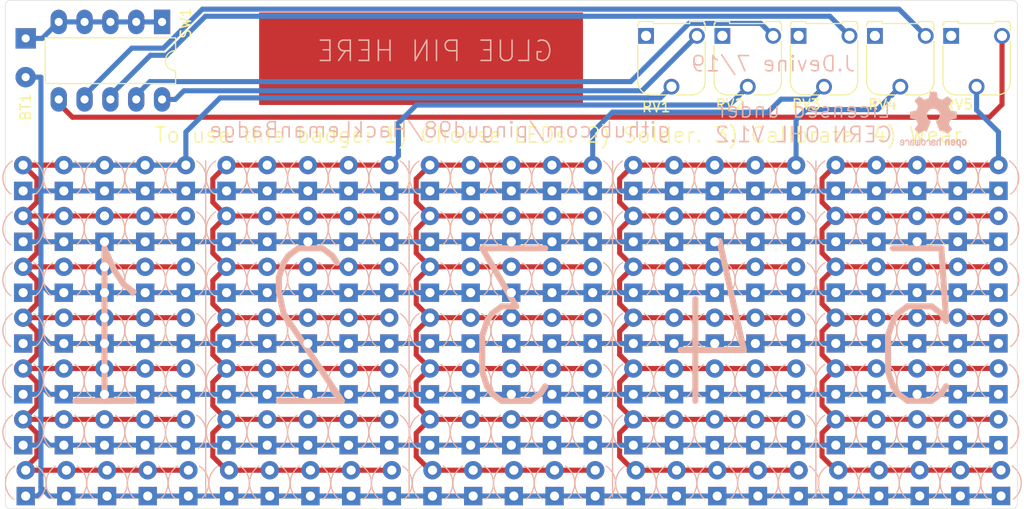
<source format=kicad_pcb>
(kicad_pcb (version 20171130) (host pcbnew "(5.1.0)-1")
  (layers (0 F.Cu signal) (31 B.Cu signal) (34 B.Paste user) (35 F.Paste user) (36 B.SilkS user) (37 F.SilkS user) (38 B.Mask user) (39 F.Mask user) (44 Edge.Cuts user))
  (net 0 "")
  (net 1 "Net-(BT1-Pad2)")
  (net 2 "Net-(BT1-Pad1)")
  (net 3 "Net-(D1-Pad2)")
  (net 4 "Net-(D36-Pad2)")
  (net 5 "Net-(D106-Pad2)")
  (net 6 "Net-(D141-Pad2)")
  (net 7 "Net-(RV1-Pad1)")
  (net 8 "Net-(RV1-Pad3)")
  (net 9 "Net-(RV2-Pad1)")
  (net 10 "Net-(RV2-Pad3)")
  (net 11 "Net-(RV3-Pad1)")
  (net 12 "Net-(RV3-Pad3)")
  (net 13 "Net-(RV4-Pad1)")
  (net 14 "Net-(RV4-Pad3)")
  (net 15 "Net-(RV5-Pad1)")
  (net 16 "Net-(RV5-Pad3)")
  (net 17 "Net-(D71-Pad2)")
  (module cosmicpi_1:LED_D3.0mm_Clear_custom (layer F.Cu) (at 117.152271 53.743478 90)
    (fp_text reference D141 hide)
    (fp_text value LED hide)
    (pad 2 thru_hole circle (at 2.54 0 90) (size 1.8 1.8) (drill 0.9) (layers *.Cu *.Mask) (net 6 "Net-(D141-Pad2)"))
    (pad 1 thru_hole rect (at 0 0 90) (size 1.8 1.8) (drill 0.9) (layers *.Cu *.Mask) (net 1 "Net-(BT1-Pad2)"))
  )
  (module cosmicpi_1:LED_D3.0mm_Clear_custom (layer F.Cu) (at 121.152271 53.743478 90)
    (fp_text reference D141 hide)
    (fp_text value LED hide)
    (pad 2 thru_hole circle (at 2.54 0 90) (size 1.8 1.8) (drill 0.9) (layers *.Cu *.Mask) (net 6 "Net-(D141-Pad2)"))
    (pad 1 thru_hole rect (at 0 0 90) (size 1.8 1.8) (drill 0.9) (layers *.Cu *.Mask) (net 1 "Net-(BT1-Pad2)"))
  )
  (module cosmicpi_1:LED_D3.0mm_Clear_custom (layer F.Cu) (at 125.152271 53.743478 90)
    (fp_text reference D141 hide)
    (fp_text value LED hide)
    (pad 2 thru_hole circle (at 2.54 0 90) (size 1.8 1.8) (drill 0.9) (layers *.Cu *.Mask) (net 6 "Net-(D141-Pad2)"))
    (pad 1 thru_hole rect (at 0 0 90) (size 1.8 1.8) (drill 0.9) (layers *.Cu *.Mask) (net 1 "Net-(BT1-Pad2)"))
  )
  (module cosmicpi_1:LED_D3.0mm_Clear_custom (layer F.Cu) (at 129.152271 53.743478 90)
    (fp_text reference D141 hide)
    (fp_text value LED hide)
    (pad 2 thru_hole circle (at 2.54 0 90) (size 1.8 1.8) (drill 0.9) (layers *.Cu *.Mask) (net 6 "Net-(D141-Pad2)"))
    (pad 1 thru_hole rect (at 0 0 90) (size 1.8 1.8) (drill 0.9) (layers *.Cu *.Mask) (net 1 "Net-(BT1-Pad2)"))
  )
  (module cosmicpi_1:LED_D3.0mm_Clear_custom (layer F.Cu) (at 133.152271 53.743478 90)
    (fp_text reference D141 hide)
    (fp_text value LED hide)
    (pad 2 thru_hole circle (at 2.54 0 90) (size 1.8 1.8) (drill 0.9) (layers *.Cu *.Mask) (net 6 "Net-(D141-Pad2)"))
    (pad 1 thru_hole rect (at 0 0 90) (size 1.8 1.8) (drill 0.9) (layers *.Cu *.Mask) (net 1 "Net-(BT1-Pad2)"))
  )
  (module cosmicpi_1:LED_D3.0mm_Clear_custom (layer F.Cu) (at 117.152271 58.743478 90)
    (fp_text reference D141 hide)
    (fp_text value LED hide)
    (pad 2 thru_hole circle (at 2.54 0 90) (size 1.8 1.8) (drill 0.9) (layers *.Cu *.Mask) (net 6 "Net-(D141-Pad2)"))
    (pad 1 thru_hole rect (at 0 0 90) (size 1.8 1.8) (drill 0.9) (layers *.Cu *.Mask) (net 1 "Net-(BT1-Pad2)"))
  )
  (module cosmicpi_1:LED_D3.0mm_Clear_custom (layer F.Cu) (at 121.152271 58.743478 90)
    (fp_text reference D141 hide)
    (fp_text value LED hide)
    (pad 2 thru_hole circle (at 2.54 0 90) (size 1.8 1.8) (drill 0.9) (layers *.Cu *.Mask) (net 6 "Net-(D141-Pad2)"))
    (pad 1 thru_hole rect (at 0 0 90) (size 1.8 1.8) (drill 0.9) (layers *.Cu *.Mask) (net 1 "Net-(BT1-Pad2)"))
  )
  (module cosmicpi_1:LED_D3.0mm_Clear_custom (layer F.Cu) (at 125.152271 58.743478 90)
    (fp_text reference D141 hide)
    (fp_text value LED hide)
    (pad 2 thru_hole circle (at 2.54 0 90) (size 1.8 1.8) (drill 0.9) (layers *.Cu *.Mask) (net 6 "Net-(D141-Pad2)"))
    (pad 1 thru_hole rect (at 0 0 90) (size 1.8 1.8) (drill 0.9) (layers *.Cu *.Mask) (net 1 "Net-(BT1-Pad2)"))
  )
  (module cosmicpi_1:LED_D3.0mm_Clear_custom (layer F.Cu) (at 129.152271 58.743478 90)
    (fp_text reference D141 hide)
    (fp_text value LED hide)
    (pad 2 thru_hole circle (at 2.54 0 90) (size 1.8 1.8) (drill 0.9) (layers *.Cu *.Mask) (net 6 "Net-(D141-Pad2)"))
    (pad 1 thru_hole rect (at 0 0 90) (size 1.8 1.8) (drill 0.9) (layers *.Cu *.Mask) (net 1 "Net-(BT1-Pad2)"))
  )
  (module cosmicpi_1:LED_D3.0mm_Clear_custom (layer F.Cu) (at 133.152271 58.743478 90)
    (fp_text reference D141 hide)
    (fp_text value LED hide)
    (pad 2 thru_hole circle (at 2.54 0 90) (size 1.8 1.8) (drill 0.9) (layers *.Cu *.Mask) (net 6 "Net-(D141-Pad2)"))
    (pad 1 thru_hole rect (at 0 0 90) (size 1.8 1.8) (drill 0.9) (layers *.Cu *.Mask) (net 1 "Net-(BT1-Pad2)"))
  )
  (module cosmicpi_1:LED_D3.0mm_Clear_custom (layer F.Cu) (at 117.152271 63.743478 90)
    (fp_text reference D141 hide)
    (fp_text value LED hide)
    (pad 2 thru_hole circle (at 2.54 0 90) (size 1.8 1.8) (drill 0.9) (layers *.Cu *.Mask) (net 6 "Net-(D141-Pad2)"))
    (pad 1 thru_hole rect (at 0 0 90) (size 1.8 1.8) (drill 0.9) (layers *.Cu *.Mask) (net 1 "Net-(BT1-Pad2)"))
  )
  (module cosmicpi_1:LED_D3.0mm_Clear_custom (layer F.Cu) (at 121.152271 63.743478 90)
    (fp_text reference D141 hide)
    (fp_text value LED hide)
    (pad 2 thru_hole circle (at 2.54 0 90) (size 1.8 1.8) (drill 0.9) (layers *.Cu *.Mask) (net 6 "Net-(D141-Pad2)"))
    (pad 1 thru_hole rect (at 0 0 90) (size 1.8 1.8) (drill 0.9) (layers *.Cu *.Mask) (net 1 "Net-(BT1-Pad2)"))
  )
  (module cosmicpi_1:LED_D3.0mm_Clear_custom (layer F.Cu) (at 125.152271 63.743478 90)
    (fp_text reference D141 hide)
    (fp_text value LED hide)
    (pad 2 thru_hole circle (at 2.54 0 90) (size 1.8 1.8) (drill 0.9) (layers *.Cu *.Mask) (net 6 "Net-(D141-Pad2)"))
    (pad 1 thru_hole rect (at 0 0 90) (size 1.8 1.8) (drill 0.9) (layers *.Cu *.Mask) (net 1 "Net-(BT1-Pad2)"))
  )
  (module cosmicpi_1:LED_D3.0mm_Clear_custom (layer F.Cu) (at 129.152271 63.743478 90)
    (fp_text reference D141 hide)
    (fp_text value LED hide)
    (pad 2 thru_hole circle (at 2.54 0 90) (size 1.8 1.8) (drill 0.9) (layers *.Cu *.Mask) (net 6 "Net-(D141-Pad2)"))
    (pad 1 thru_hole rect (at 0 0 90) (size 1.8 1.8) (drill 0.9) (layers *.Cu *.Mask) (net 1 "Net-(BT1-Pad2)"))
  )
  (module cosmicpi_1:LED_D3.0mm_Clear_custom (layer F.Cu) (at 133.152271 63.743478 90)
    (fp_text reference D141 hide)
    (fp_text value LED hide)
    (pad 2 thru_hole circle (at 2.54 0 90) (size 1.8 1.8) (drill 0.9) (layers *.Cu *.Mask) (net 6 "Net-(D141-Pad2)"))
    (pad 1 thru_hole rect (at 0 0 90) (size 1.8 1.8) (drill 0.9) (layers *.Cu *.Mask) (net 1 "Net-(BT1-Pad2)"))
  )
  (module cosmicpi_1:LED_D3.0mm_Clear_custom (layer F.Cu) (at 117.152271 68.743478 90)
    (fp_text reference D141 hide)
    (fp_text value LED hide)
    (pad 2 thru_hole circle (at 2.54 0 90) (size 1.8 1.8) (drill 0.9) (layers *.Cu *.Mask) (net 6 "Net-(D141-Pad2)"))
    (pad 1 thru_hole rect (at 0 0 90) (size 1.8 1.8) (drill 0.9) (layers *.Cu *.Mask) (net 1 "Net-(BT1-Pad2)"))
  )
  (module cosmicpi_1:LED_D3.0mm_Clear_custom (layer F.Cu) (at 121.152271 68.743478 90)
    (fp_text reference D141 hide)
    (fp_text value LED hide)
    (pad 2 thru_hole circle (at 2.54 0 90) (size 1.8 1.8) (drill 0.9) (layers *.Cu *.Mask) (net 6 "Net-(D141-Pad2)"))
    (pad 1 thru_hole rect (at 0 0 90) (size 1.8 1.8) (drill 0.9) (layers *.Cu *.Mask) (net 1 "Net-(BT1-Pad2)"))
  )
  (module cosmicpi_1:LED_D3.0mm_Clear_custom (layer F.Cu) (at 125.152271 68.743478 90)
    (fp_text reference D141 hide)
    (fp_text value LED hide)
    (pad 2 thru_hole circle (at 2.54 0 90) (size 1.8 1.8) (drill 0.9) (layers *.Cu *.Mask) (net 6 "Net-(D141-Pad2)"))
    (pad 1 thru_hole rect (at 0 0 90) (size 1.8 1.8) (drill 0.9) (layers *.Cu *.Mask) (net 1 "Net-(BT1-Pad2)"))
  )
  (module cosmicpi_1:LED_D3.0mm_Clear_custom (layer F.Cu) (at 129.152271 68.743478 90)
    (fp_text reference D141 hide)
    (fp_text value LED hide)
    (pad 2 thru_hole circle (at 2.54 0 90) (size 1.8 1.8) (drill 0.9) (layers *.Cu *.Mask) (net 6 "Net-(D141-Pad2)"))
    (pad 1 thru_hole rect (at 0 0 90) (size 1.8 1.8) (drill 0.9) (layers *.Cu *.Mask) (net 1 "Net-(BT1-Pad2)"))
  )
  (module cosmicpi_1:LED_D3.0mm_Clear_custom (layer F.Cu) (at 133.152271 68.743478 90)
    (fp_text reference D141 hide)
    (fp_text value LED hide)
    (pad 2 thru_hole circle (at 2.54 0 90) (size 1.8 1.8) (drill 0.9) (layers *.Cu *.Mask) (net 6 "Net-(D141-Pad2)"))
    (pad 1 thru_hole rect (at 0 0 90) (size 1.8 1.8) (drill 0.9) (layers *.Cu *.Mask) (net 1 "Net-(BT1-Pad2)"))
  )
  (module cosmicpi_1:LED_D3.0mm_Clear_custom (layer F.Cu) (at 117.152271 73.743478 90)
    (fp_text reference D141 hide)
    (fp_text value LED hide)
    (pad 2 thru_hole circle (at 2.54 0 90) (size 1.8 1.8) (drill 0.9) (layers *.Cu *.Mask) (net 6 "Net-(D141-Pad2)"))
    (pad 1 thru_hole rect (at 0 0 90) (size 1.8 1.8) (drill 0.9) (layers *.Cu *.Mask) (net 1 "Net-(BT1-Pad2)"))
  )
  (module cosmicpi_1:LED_D3.0mm_Clear_custom (layer F.Cu) (at 121.152271 73.743478 90)
    (fp_text reference D141 hide)
    (fp_text value LED hide)
    (pad 2 thru_hole circle (at 2.54 0 90) (size 1.8 1.8) (drill 0.9) (layers *.Cu *.Mask) (net 6 "Net-(D141-Pad2)"))
    (pad 1 thru_hole rect (at 0 0 90) (size 1.8 1.8) (drill 0.9) (layers *.Cu *.Mask) (net 1 "Net-(BT1-Pad2)"))
  )
  (module cosmicpi_1:LED_D3.0mm_Clear_custom (layer F.Cu) (at 125.152271 73.743478 90)
    (fp_text reference D141 hide)
    (fp_text value LED hide)
    (pad 2 thru_hole circle (at 2.54 0 90) (size 1.8 1.8) (drill 0.9) (layers *.Cu *.Mask) (net 6 "Net-(D141-Pad2)"))
    (pad 1 thru_hole rect (at 0 0 90) (size 1.8 1.8) (drill 0.9) (layers *.Cu *.Mask) (net 1 "Net-(BT1-Pad2)"))
  )
  (module cosmicpi_1:LED_D3.0mm_Clear_custom (layer F.Cu) (at 129.152271 73.743478 90)
    (fp_text reference D141 hide)
    (fp_text value LED hide)
    (pad 2 thru_hole circle (at 2.54 0 90) (size 1.8 1.8) (drill 0.9) (layers *.Cu *.Mask) (net 6 "Net-(D141-Pad2)"))
    (pad 1 thru_hole rect (at 0 0 90) (size 1.8 1.8) (drill 0.9) (layers *.Cu *.Mask) (net 1 "Net-(BT1-Pad2)"))
  )
  (module cosmicpi_1:LED_D3.0mm_Clear_custom (layer F.Cu) (at 133.152271 73.743478 90)
    (fp_text reference D141 hide)
    (fp_text value LED hide)
    (pad 2 thru_hole circle (at 2.54 0 90) (size 1.8 1.8) (drill 0.9) (layers *.Cu *.Mask) (net 6 "Net-(D141-Pad2)"))
    (pad 1 thru_hole rect (at 0 0 90) (size 1.8 1.8) (drill 0.9) (layers *.Cu *.Mask) (net 1 "Net-(BT1-Pad2)"))
  )
  (module cosmicpi_1:LED_D3.0mm_Clear_custom (layer F.Cu) (at 117.152271 78.743478 90)
    (fp_text reference D141 hide)
    (fp_text value LED hide)
    (pad 2 thru_hole circle (at 2.54 0 90) (size 1.8 1.8) (drill 0.9) (layers *.Cu *.Mask) (net 6 "Net-(D141-Pad2)"))
    (pad 1 thru_hole rect (at 0 0 90) (size 1.8 1.8) (drill 0.9) (layers *.Cu *.Mask) (net 1 "Net-(BT1-Pad2)"))
  )
  (module cosmicpi_1:LED_D3.0mm_Clear_custom (layer F.Cu) (at 121.152271 78.743478 90)
    (fp_text reference D141 hide)
    (fp_text value LED hide)
    (pad 2 thru_hole circle (at 2.54 0 90) (size 1.8 1.8) (drill 0.9) (layers *.Cu *.Mask) (net 6 "Net-(D141-Pad2)"))
    (pad 1 thru_hole rect (at 0 0 90) (size 1.8 1.8) (drill 0.9) (layers *.Cu *.Mask) (net 1 "Net-(BT1-Pad2)"))
  )
  (module cosmicpi_1:LED_D3.0mm_Clear_custom (layer F.Cu) (at 125.152271 78.743478 90)
    (fp_text reference D141 hide)
    (fp_text value LED hide)
    (pad 2 thru_hole circle (at 2.54 0 90) (size 1.8 1.8) (drill 0.9) (layers *.Cu *.Mask) (net 6 "Net-(D141-Pad2)"))
    (pad 1 thru_hole rect (at 0 0 90) (size 1.8 1.8) (drill 0.9) (layers *.Cu *.Mask) (net 1 "Net-(BT1-Pad2)"))
  )
  (module cosmicpi_1:LED_D3.0mm_Clear_custom (layer F.Cu) (at 129.152271 78.743478 90)
    (fp_text reference D141 hide)
    (fp_text value LED hide)
    (pad 2 thru_hole circle (at 2.54 0 90) (size 1.8 1.8) (drill 0.9) (layers *.Cu *.Mask) (net 6 "Net-(D141-Pad2)"))
    (pad 1 thru_hole rect (at 0 0 90) (size 1.8 1.8) (drill 0.9) (layers *.Cu *.Mask) (net 1 "Net-(BT1-Pad2)"))
  )
  (module cosmicpi_1:LED_D3.0mm_Clear_custom (layer F.Cu) (at 133.152271 78.743478 90)
    (fp_text reference D141 hide)
    (fp_text value LED hide)
    (pad 2 thru_hole circle (at 2.54 0 90) (size 1.8 1.8) (drill 0.9) (layers *.Cu *.Mask) (net 6 "Net-(D141-Pad2)"))
    (pad 1 thru_hole rect (at 0 0 90) (size 1.8 1.8) (drill 0.9) (layers *.Cu *.Mask) (net 1 "Net-(BT1-Pad2)"))
  )
  (module cosmicpi_1:LED_D3.0mm_Clear_custom (layer F.Cu) (at 117.402271 83.743478 90)
    (fp_text reference D141 hide)
    (fp_text value LED hide)
    (pad 2 thru_hole circle (at 2.54 0 90) (size 1.8 1.8) (drill 0.9) (layers *.Cu *.Mask) (net 6 "Net-(D141-Pad2)"))
    (pad 1 thru_hole rect (at 0 0 90) (size 1.8 1.8) (drill 0.9) (layers *.Cu *.Mask) (net 1 "Net-(BT1-Pad2)"))
  )
  (module cosmicpi_1:LED_D3.0mm_Clear_custom (layer F.Cu) (at 121.402271 83.743478 90)
    (fp_text reference D141 hide)
    (fp_text value LED hide)
    (pad 2 thru_hole circle (at 2.54 0 90) (size 1.8 1.8) (drill 0.9) (layers *.Cu *.Mask) (net 6 "Net-(D141-Pad2)"))
    (pad 1 thru_hole rect (at 0 0 90) (size 1.8 1.8) (drill 0.9) (layers *.Cu *.Mask) (net 1 "Net-(BT1-Pad2)"))
  )
  (module cosmicpi_1:LED_D3.0mm_Clear_custom (layer F.Cu) (at 125.402271 83.743478 90)
    (fp_text reference D141 hide)
    (fp_text value LED hide)
    (pad 2 thru_hole circle (at 2.54 0 90) (size 1.8 1.8) (drill 0.9) (layers *.Cu *.Mask) (net 6 "Net-(D141-Pad2)"))
    (pad 1 thru_hole rect (at 0 0 90) (size 1.8 1.8) (drill 0.9) (layers *.Cu *.Mask) (net 1 "Net-(BT1-Pad2)"))
  )
  (module cosmicpi_1:LED_D3.0mm_Clear_custom (layer F.Cu) (at 129.402271 83.743478 90)
    (fp_text reference D141 hide)
    (fp_text value LED hide)
    (pad 2 thru_hole circle (at 2.54 0 90) (size 1.8 1.8) (drill 0.9) (layers *.Cu *.Mask) (net 6 "Net-(D141-Pad2)"))
    (pad 1 thru_hole rect (at 0 0 90) (size 1.8 1.8) (drill 0.9) (layers *.Cu *.Mask) (net 1 "Net-(BT1-Pad2)"))
  )
  (module cosmicpi_1:LED_D3.0mm_Clear_custom (layer F.Cu) (at 133.402271 83.743478 90)
    (fp_text reference D141 hide)
    (fp_text value LED hide)
    (pad 2 thru_hole circle (at 2.54 0 90) (size 1.8 1.8) (drill 0.9) (layers *.Cu *.Mask) (net 6 "Net-(D141-Pad2)"))
    (pad 1 thru_hole rect (at 0 0 90) (size 1.8 1.8) (drill 0.9) (layers *.Cu *.Mask) (net 1 "Net-(BT1-Pad2)"))
  )
  (module cosmicpi_1:LED_D3.0mm_Clear_custom (layer F.Cu) (at 97.25 53.75 90)
    (fp_text reference D106 hide)
    (fp_text value LED hide)
    (pad 2 thru_hole circle (at 2.54 0 90) (size 1.8 1.8) (drill 0.9) (layers *.Cu *.Mask) (net 5 "Net-(D106-Pad2)"))
    (pad 1 thru_hole rect (at 0 0 90) (size 1.8 1.8) (drill 0.9) (layers *.Cu *.Mask) (net 1 "Net-(BT1-Pad2)"))
  )
  (module cosmicpi_1:LED_D3.0mm_Clear_custom (layer F.Cu) (at 101.25 53.75 90)
    (fp_text reference D106 hide)
    (fp_text value LED hide)
    (pad 2 thru_hole circle (at 2.54 0 90) (size 1.8 1.8) (drill 0.9) (layers *.Cu *.Mask) (net 5 "Net-(D106-Pad2)"))
    (pad 1 thru_hole rect (at 0 0 90) (size 1.8 1.8) (drill 0.9) (layers *.Cu *.Mask) (net 1 "Net-(BT1-Pad2)"))
  )
  (module cosmicpi_1:LED_D3.0mm_Clear_custom (layer F.Cu) (at 105.25 53.75 90)
    (fp_text reference D106 hide)
    (fp_text value LED hide)
    (pad 2 thru_hole circle (at 2.54 0 90) (size 1.8 1.8) (drill 0.9) (layers *.Cu *.Mask) (net 5 "Net-(D106-Pad2)"))
    (pad 1 thru_hole rect (at 0 0 90) (size 1.8 1.8) (drill 0.9) (layers *.Cu *.Mask) (net 1 "Net-(BT1-Pad2)"))
  )
  (module cosmicpi_1:LED_D3.0mm_Clear_custom (layer F.Cu) (at 109.25 53.75 90)
    (fp_text reference D106 hide)
    (fp_text value LED hide)
    (pad 2 thru_hole circle (at 2.54 0 90) (size 1.8 1.8) (drill 0.9) (layers *.Cu *.Mask) (net 5 "Net-(D106-Pad2)"))
    (pad 1 thru_hole rect (at 0 0 90) (size 1.8 1.8) (drill 0.9) (layers *.Cu *.Mask) (net 1 "Net-(BT1-Pad2)"))
  )
  (module cosmicpi_1:LED_D3.0mm_Clear_custom (layer F.Cu) (at 113.25 53.75 90)
    (fp_text reference D106 hide)
    (fp_text value LED hide)
    (pad 2 thru_hole circle (at 2.54 0 90) (size 1.8 1.8) (drill 0.9) (layers *.Cu *.Mask) (net 5 "Net-(D106-Pad2)"))
    (pad 1 thru_hole rect (at 0 0 90) (size 1.8 1.8) (drill 0.9) (layers *.Cu *.Mask) (net 1 "Net-(BT1-Pad2)"))
  )
  (module cosmicpi_1:LED_D3.0mm_Clear_custom (layer F.Cu) (at 97.25 58.75 90)
    (fp_text reference D106 hide)
    (fp_text value LED hide)
    (pad 2 thru_hole circle (at 2.54 0 90) (size 1.8 1.8) (drill 0.9) (layers *.Cu *.Mask) (net 5 "Net-(D106-Pad2)"))
    (pad 1 thru_hole rect (at 0 0 90) (size 1.8 1.8) (drill 0.9) (layers *.Cu *.Mask) (net 1 "Net-(BT1-Pad2)"))
  )
  (module cosmicpi_1:LED_D3.0mm_Clear_custom (layer F.Cu) (at 101.25 58.75 90)
    (fp_text reference D106 hide)
    (fp_text value LED hide)
    (pad 2 thru_hole circle (at 2.54 0 90) (size 1.8 1.8) (drill 0.9) (layers *.Cu *.Mask) (net 5 "Net-(D106-Pad2)"))
    (pad 1 thru_hole rect (at 0 0 90) (size 1.8 1.8) (drill 0.9) (layers *.Cu *.Mask) (net 1 "Net-(BT1-Pad2)"))
  )
  (module cosmicpi_1:LED_D3.0mm_Clear_custom (layer F.Cu) (at 105.25 58.75 90)
    (fp_text reference D106 hide)
    (fp_text value LED hide)
    (pad 2 thru_hole circle (at 2.54 0 90) (size 1.8 1.8) (drill 0.9) (layers *.Cu *.Mask) (net 5 "Net-(D106-Pad2)"))
    (pad 1 thru_hole rect (at 0 0 90) (size 1.8 1.8) (drill 0.9) (layers *.Cu *.Mask) (net 1 "Net-(BT1-Pad2)"))
  )
  (module cosmicpi_1:LED_D3.0mm_Clear_custom (layer F.Cu) (at 109.25 58.75 90)
    (fp_text reference D106 hide)
    (fp_text value LED hide)
    (pad 2 thru_hole circle (at 2.54 0 90) (size 1.8 1.8) (drill 0.9) (layers *.Cu *.Mask) (net 5 "Net-(D106-Pad2)"))
    (pad 1 thru_hole rect (at 0 0 90) (size 1.8 1.8) (drill 0.9) (layers *.Cu *.Mask) (net 1 "Net-(BT1-Pad2)"))
  )
  (module cosmicpi_1:LED_D3.0mm_Clear_custom (layer F.Cu) (at 113.25 58.75 90)
    (fp_text reference D106 hide)
    (fp_text value LED hide)
    (pad 2 thru_hole circle (at 2.54 0 90) (size 1.8 1.8) (drill 0.9) (layers *.Cu *.Mask) (net 5 "Net-(D106-Pad2)"))
    (pad 1 thru_hole rect (at 0 0 90) (size 1.8 1.8) (drill 0.9) (layers *.Cu *.Mask) (net 1 "Net-(BT1-Pad2)"))
  )
  (module cosmicpi_1:LED_D3.0mm_Clear_custom (layer F.Cu) (at 97.25 63.75 90)
    (fp_text reference D106 hide)
    (fp_text value LED hide)
    (pad 2 thru_hole circle (at 2.54 0 90) (size 1.8 1.8) (drill 0.9) (layers *.Cu *.Mask) (net 5 "Net-(D106-Pad2)"))
    (pad 1 thru_hole rect (at 0 0 90) (size 1.8 1.8) (drill 0.9) (layers *.Cu *.Mask) (net 1 "Net-(BT1-Pad2)"))
  )
  (module cosmicpi_1:LED_D3.0mm_Clear_custom (layer F.Cu) (at 101.25 63.75 90)
    (fp_text reference D106 hide)
    (fp_text value LED hide)
    (pad 2 thru_hole circle (at 2.54 0 90) (size 1.8 1.8) (drill 0.9) (layers *.Cu *.Mask) (net 5 "Net-(D106-Pad2)"))
    (pad 1 thru_hole rect (at 0 0 90) (size 1.8 1.8) (drill 0.9) (layers *.Cu *.Mask) (net 1 "Net-(BT1-Pad2)"))
  )
  (module cosmicpi_1:LED_D3.0mm_Clear_custom (layer F.Cu) (at 105.25 63.75 90)
    (fp_text reference D106 hide)
    (fp_text value LED hide)
    (pad 2 thru_hole circle (at 2.54 0 90) (size 1.8 1.8) (drill 0.9) (layers *.Cu *.Mask) (net 5 "Net-(D106-Pad2)"))
    (pad 1 thru_hole rect (at 0 0 90) (size 1.8 1.8) (drill 0.9) (layers *.Cu *.Mask) (net 1 "Net-(BT1-Pad2)"))
  )
  (module cosmicpi_1:LED_D3.0mm_Clear_custom (layer F.Cu) (at 109.25 63.75 90)
    (fp_text reference D106 hide)
    (fp_text value LED hide)
    (pad 2 thru_hole circle (at 2.54 0 90) (size 1.8 1.8) (drill 0.9) (layers *.Cu *.Mask) (net 5 "Net-(D106-Pad2)"))
    (pad 1 thru_hole rect (at 0 0 90) (size 1.8 1.8) (drill 0.9) (layers *.Cu *.Mask) (net 1 "Net-(BT1-Pad2)"))
  )
  (module cosmicpi_1:LED_D3.0mm_Clear_custom (layer F.Cu) (at 113.25 63.75 90)
    (fp_text reference D106 hide)
    (fp_text value LED hide)
    (pad 2 thru_hole circle (at 2.54 0 90) (size 1.8 1.8) (drill 0.9) (layers *.Cu *.Mask) (net 5 "Net-(D106-Pad2)"))
    (pad 1 thru_hole rect (at 0 0 90) (size 1.8 1.8) (drill 0.9) (layers *.Cu *.Mask) (net 1 "Net-(BT1-Pad2)"))
  )
  (module cosmicpi_1:LED_D3.0mm_Clear_custom (layer F.Cu) (at 97.25 68.75 90)
    (fp_text reference D106 hide)
    (fp_text value LED hide)
    (pad 2 thru_hole circle (at 2.54 0 90) (size 1.8 1.8) (drill 0.9) (layers *.Cu *.Mask) (net 5 "Net-(D106-Pad2)"))
    (pad 1 thru_hole rect (at 0 0 90) (size 1.8 1.8) (drill 0.9) (layers *.Cu *.Mask) (net 1 "Net-(BT1-Pad2)"))
  )
  (module cosmicpi_1:LED_D3.0mm_Clear_custom (layer F.Cu) (at 101.25 68.75 90)
    (fp_text reference D106 hide)
    (fp_text value LED hide)
    (pad 2 thru_hole circle (at 2.54 0 90) (size 1.8 1.8) (drill 0.9) (layers *.Cu *.Mask) (net 5 "Net-(D106-Pad2)"))
    (pad 1 thru_hole rect (at 0 0 90) (size 1.8 1.8) (drill 0.9) (layers *.Cu *.Mask) (net 1 "Net-(BT1-Pad2)"))
  )
  (module cosmicpi_1:LED_D3.0mm_Clear_custom (layer F.Cu) (at 105.25 68.75 90)
    (fp_text reference D106 hide)
    (fp_text value LED hide)
    (pad 2 thru_hole circle (at 2.54 0 90) (size 1.8 1.8) (drill 0.9) (layers *.Cu *.Mask) (net 5 "Net-(D106-Pad2)"))
    (pad 1 thru_hole rect (at 0 0 90) (size 1.8 1.8) (drill 0.9) (layers *.Cu *.Mask) (net 1 "Net-(BT1-Pad2)"))
  )
  (module cosmicpi_1:LED_D3.0mm_Clear_custom (layer F.Cu) (at 109.25 68.75 90)
    (fp_text reference D106 hide)
    (fp_text value LED hide)
    (pad 2 thru_hole circle (at 2.54 0 90) (size 1.8 1.8) (drill 0.9) (layers *.Cu *.Mask) (net 5 "Net-(D106-Pad2)"))
    (pad 1 thru_hole rect (at 0 0 90) (size 1.8 1.8) (drill 0.9) (layers *.Cu *.Mask) (net 1 "Net-(BT1-Pad2)"))
  )
  (module cosmicpi_1:LED_D3.0mm_Clear_custom (layer F.Cu) (at 113.25 68.75 90)
    (fp_text reference D106 hide)
    (fp_text value LED hide)
    (pad 2 thru_hole circle (at 2.54 0 90) (size 1.8 1.8) (drill 0.9) (layers *.Cu *.Mask) (net 5 "Net-(D106-Pad2)"))
    (pad 1 thru_hole rect (at 0 0 90) (size 1.8 1.8) (drill 0.9) (layers *.Cu *.Mask) (net 1 "Net-(BT1-Pad2)"))
  )
  (module cosmicpi_1:LED_D3.0mm_Clear_custom (layer F.Cu) (at 97.25 73.75 90)
    (fp_text reference D106 hide)
    (fp_text value LED hide)
    (pad 2 thru_hole circle (at 2.54 0 90) (size 1.8 1.8) (drill 0.9) (layers *.Cu *.Mask) (net 5 "Net-(D106-Pad2)"))
    (pad 1 thru_hole rect (at 0 0 90) (size 1.8 1.8) (drill 0.9) (layers *.Cu *.Mask) (net 1 "Net-(BT1-Pad2)"))
  )
  (module cosmicpi_1:LED_D3.0mm_Clear_custom (layer F.Cu) (at 101.25 73.75 90)
    (fp_text reference D106 hide)
    (fp_text value LED hide)
    (pad 2 thru_hole circle (at 2.54 0 90) (size 1.8 1.8) (drill 0.9) (layers *.Cu *.Mask) (net 5 "Net-(D106-Pad2)"))
    (pad 1 thru_hole rect (at 0 0 90) (size 1.8 1.8) (drill 0.9) (layers *.Cu *.Mask) (net 1 "Net-(BT1-Pad2)"))
  )
  (module cosmicpi_1:LED_D3.0mm_Clear_custom (layer F.Cu) (at 105.25 73.75 90)
    (fp_text reference D106 hide)
    (fp_text value LED hide)
    (pad 2 thru_hole circle (at 2.54 0 90) (size 1.8 1.8) (drill 0.9) (layers *.Cu *.Mask) (net 5 "Net-(D106-Pad2)"))
    (pad 1 thru_hole rect (at 0 0 90) (size 1.8 1.8) (drill 0.9) (layers *.Cu *.Mask) (net 1 "Net-(BT1-Pad2)"))
  )
  (module cosmicpi_1:LED_D3.0mm_Clear_custom (layer F.Cu) (at 109.25 73.75 90)
    (fp_text reference D106 hide)
    (fp_text value LED hide)
    (pad 2 thru_hole circle (at 2.54 0 90) (size 1.8 1.8) (drill 0.9) (layers *.Cu *.Mask) (net 5 "Net-(D106-Pad2)"))
    (pad 1 thru_hole rect (at 0 0 90) (size 1.8 1.8) (drill 0.9) (layers *.Cu *.Mask) (net 1 "Net-(BT1-Pad2)"))
  )
  (module cosmicpi_1:LED_D3.0mm_Clear_custom (layer F.Cu) (at 113.25 73.75 90)
    (fp_text reference D106 hide)
    (fp_text value LED hide)
    (pad 2 thru_hole circle (at 2.54 0 90) (size 1.8 1.8) (drill 0.9) (layers *.Cu *.Mask) (net 5 "Net-(D106-Pad2)"))
    (pad 1 thru_hole rect (at 0 0 90) (size 1.8 1.8) (drill 0.9) (layers *.Cu *.Mask) (net 1 "Net-(BT1-Pad2)"))
  )
  (module cosmicpi_1:LED_D3.0mm_Clear_custom (layer F.Cu) (at 97.25 78.75 90)
    (fp_text reference D106 hide)
    (fp_text value LED hide)
    (pad 2 thru_hole circle (at 2.54 0 90) (size 1.8 1.8) (drill 0.9) (layers *.Cu *.Mask) (net 5 "Net-(D106-Pad2)"))
    (pad 1 thru_hole rect (at 0 0 90) (size 1.8 1.8) (drill 0.9) (layers *.Cu *.Mask) (net 1 "Net-(BT1-Pad2)"))
  )
  (module cosmicpi_1:LED_D3.0mm_Clear_custom (layer F.Cu) (at 101.25 78.75 90)
    (fp_text reference D106 hide)
    (fp_text value LED hide)
    (pad 2 thru_hole circle (at 2.54 0 90) (size 1.8 1.8) (drill 0.9) (layers *.Cu *.Mask) (net 5 "Net-(D106-Pad2)"))
    (pad 1 thru_hole rect (at 0 0 90) (size 1.8 1.8) (drill 0.9) (layers *.Cu *.Mask) (net 1 "Net-(BT1-Pad2)"))
  )
  (module cosmicpi_1:LED_D3.0mm_Clear_custom (layer F.Cu) (at 105.25 78.75 90)
    (fp_text reference D106 hide)
    (fp_text value LED hide)
    (pad 2 thru_hole circle (at 2.54 0 90) (size 1.8 1.8) (drill 0.9) (layers *.Cu *.Mask) (net 5 "Net-(D106-Pad2)"))
    (pad 1 thru_hole rect (at 0 0 90) (size 1.8 1.8) (drill 0.9) (layers *.Cu *.Mask) (net 1 "Net-(BT1-Pad2)"))
  )
  (module cosmicpi_1:LED_D3.0mm_Clear_custom (layer F.Cu) (at 109.25 78.75 90)
    (fp_text reference D106 hide)
    (fp_text value LED hide)
    (pad 2 thru_hole circle (at 2.54 0 90) (size 1.8 1.8) (drill 0.9) (layers *.Cu *.Mask) (net 5 "Net-(D106-Pad2)"))
    (pad 1 thru_hole rect (at 0 0 90) (size 1.8 1.8) (drill 0.9) (layers *.Cu *.Mask) (net 1 "Net-(BT1-Pad2)"))
  )
  (module cosmicpi_1:LED_D3.0mm_Clear_custom (layer F.Cu) (at 113.25 78.75 90)
    (fp_text reference D106 hide)
    (fp_text value LED hide)
    (pad 2 thru_hole circle (at 2.54 0 90) (size 1.8 1.8) (drill 0.9) (layers *.Cu *.Mask) (net 5 "Net-(D106-Pad2)"))
    (pad 1 thru_hole rect (at 0 0 90) (size 1.8 1.8) (drill 0.9) (layers *.Cu *.Mask) (net 1 "Net-(BT1-Pad2)"))
  )
  (module cosmicpi_1:LED_D3.0mm_Clear_custom (layer F.Cu) (at 97.5 83.75 90)
    (fp_text reference D106 hide)
    (fp_text value LED hide)
    (pad 2 thru_hole circle (at 2.54 0 90) (size 1.8 1.8) (drill 0.9) (layers *.Cu *.Mask) (net 5 "Net-(D106-Pad2)"))
    (pad 1 thru_hole rect (at 0 0 90) (size 1.8 1.8) (drill 0.9) (layers *.Cu *.Mask) (net 1 "Net-(BT1-Pad2)"))
  )
  (module cosmicpi_1:LED_D3.0mm_Clear_custom (layer F.Cu) (at 101.5 83.75 90)
    (fp_text reference D106 hide)
    (fp_text value LED hide)
    (pad 2 thru_hole circle (at 2.54 0 90) (size 1.8 1.8) (drill 0.9) (layers *.Cu *.Mask) (net 5 "Net-(D106-Pad2)"))
    (pad 1 thru_hole rect (at 0 0 90) (size 1.8 1.8) (drill 0.9) (layers *.Cu *.Mask) (net 1 "Net-(BT1-Pad2)"))
  )
  (module cosmicpi_1:LED_D3.0mm_Clear_custom (layer F.Cu) (at 105.5 83.75 90)
    (fp_text reference D106 hide)
    (fp_text value LED hide)
    (pad 2 thru_hole circle (at 2.54 0 90) (size 1.8 1.8) (drill 0.9) (layers *.Cu *.Mask) (net 5 "Net-(D106-Pad2)"))
    (pad 1 thru_hole rect (at 0 0 90) (size 1.8 1.8) (drill 0.9) (layers *.Cu *.Mask) (net 1 "Net-(BT1-Pad2)"))
  )
  (module cosmicpi_1:LED_D3.0mm_Clear_custom (layer F.Cu) (at 109.5 83.75 90)
    (fp_text reference D106 hide)
    (fp_text value LED hide)
    (pad 2 thru_hole circle (at 2.54 0 90) (size 1.8 1.8) (drill 0.9) (layers *.Cu *.Mask) (net 5 "Net-(D106-Pad2)"))
    (pad 1 thru_hole rect (at 0 0 90) (size 1.8 1.8) (drill 0.9) (layers *.Cu *.Mask) (net 1 "Net-(BT1-Pad2)"))
  )
  (module cosmicpi_1:LED_D3.0mm_Clear_custom (layer F.Cu) (at 113.5 83.75 90)
    (fp_text reference D106 hide)
    (fp_text value LED hide)
    (pad 2 thru_hole circle (at 2.54 0 90) (size 1.8 1.8) (drill 0.9) (layers *.Cu *.Mask) (net 5 "Net-(D106-Pad2)"))
    (pad 1 thru_hole rect (at 0 0 90) (size 1.8 1.8) (drill 0.9) (layers *.Cu *.Mask) (net 1 "Net-(BT1-Pad2)"))
  )
  (module cosmicpi_1:LED_D3.0mm_Clear_custom (layer F.Cu) (at 77.25 53.75 90)
    (fp_text reference D71 hide)
    (fp_text value LED hide)
    (pad 2 thru_hole circle (at 2.54 0 90) (size 1.8 1.8) (drill 0.9) (layers *.Cu *.Mask) (net 17 "Net-(D71-Pad2)"))
    (pad 1 thru_hole rect (at 0 0 90) (size 1.8 1.8) (drill 0.9) (layers *.Cu *.Mask) (net 1 "Net-(BT1-Pad2)"))
  )
  (module cosmicpi_1:LED_D3.0mm_Clear_custom (layer F.Cu) (at 81.25 53.75 90)
    (fp_text reference D71 hide)
    (fp_text value LED hide)
    (pad 2 thru_hole circle (at 2.54 0 90) (size 1.8 1.8) (drill 0.9) (layers *.Cu *.Mask) (net 17 "Net-(D71-Pad2)"))
    (pad 1 thru_hole rect (at 0 0 90) (size 1.8 1.8) (drill 0.9) (layers *.Cu *.Mask) (net 1 "Net-(BT1-Pad2)"))
  )
  (module cosmicpi_1:LED_D3.0mm_Clear_custom (layer F.Cu) (at 85.25 53.75 90)
    (fp_text reference D71 hide)
    (fp_text value LED hide)
    (pad 2 thru_hole circle (at 2.54 0 90) (size 1.8 1.8) (drill 0.9) (layers *.Cu *.Mask) (net 17 "Net-(D71-Pad2)"))
    (pad 1 thru_hole rect (at 0 0 90) (size 1.8 1.8) (drill 0.9) (layers *.Cu *.Mask) (net 1 "Net-(BT1-Pad2)"))
  )
  (module cosmicpi_1:LED_D3.0mm_Clear_custom (layer F.Cu) (at 89.25 53.75 90)
    (fp_text reference D71 hide)
    (fp_text value LED hide)
    (pad 2 thru_hole circle (at 2.54 0 90) (size 1.8 1.8) (drill 0.9) (layers *.Cu *.Mask) (net 17 "Net-(D71-Pad2)"))
    (pad 1 thru_hole rect (at 0 0 90) (size 1.8 1.8) (drill 0.9) (layers *.Cu *.Mask) (net 1 "Net-(BT1-Pad2)"))
  )
  (module cosmicpi_1:LED_D3.0mm_Clear_custom (layer F.Cu) (at 93.25 53.75 90)
    (fp_text reference D71 hide)
    (fp_text value LED hide)
    (pad 2 thru_hole circle (at 2.54 0 90) (size 1.8 1.8) (drill 0.9) (layers *.Cu *.Mask) (net 17 "Net-(D71-Pad2)"))
    (pad 1 thru_hole rect (at 0 0 90) (size 1.8 1.8) (drill 0.9) (layers *.Cu *.Mask) (net 1 "Net-(BT1-Pad2)"))
  )
  (module cosmicpi_1:LED_D3.0mm_Clear_custom (layer F.Cu) (at 77.25 58.75 90)
    (fp_text reference D71 hide)
    (fp_text value LED hide)
    (pad 2 thru_hole circle (at 2.54 0 90) (size 1.8 1.8) (drill 0.9) (layers *.Cu *.Mask) (net 17 "Net-(D71-Pad2)"))
    (pad 1 thru_hole rect (at 0 0 90) (size 1.8 1.8) (drill 0.9) (layers *.Cu *.Mask) (net 1 "Net-(BT1-Pad2)"))
  )
  (module cosmicpi_1:LED_D3.0mm_Clear_custom (layer F.Cu) (at 81.25 58.75 90)
    (fp_text reference D71 hide)
    (fp_text value LED hide)
    (pad 2 thru_hole circle (at 2.54 0 90) (size 1.8 1.8) (drill 0.9) (layers *.Cu *.Mask) (net 17 "Net-(D71-Pad2)"))
    (pad 1 thru_hole rect (at 0 0 90) (size 1.8 1.8) (drill 0.9) (layers *.Cu *.Mask) (net 1 "Net-(BT1-Pad2)"))
  )
  (module cosmicpi_1:LED_D3.0mm_Clear_custom (layer F.Cu) (at 85.25 58.75 90)
    (fp_text reference D71 hide)
    (fp_text value LED hide)
    (pad 2 thru_hole circle (at 2.54 0 90) (size 1.8 1.8) (drill 0.9) (layers *.Cu *.Mask) (net 17 "Net-(D71-Pad2)"))
    (pad 1 thru_hole rect (at 0 0 90) (size 1.8 1.8) (drill 0.9) (layers *.Cu *.Mask) (net 1 "Net-(BT1-Pad2)"))
  )
  (module cosmicpi_1:LED_D3.0mm_Clear_custom (layer F.Cu) (at 89.25 58.75 90)
    (fp_text reference D71 hide)
    (fp_text value LED hide)
    (pad 2 thru_hole circle (at 2.54 0 90) (size 1.8 1.8) (drill 0.9) (layers *.Cu *.Mask) (net 17 "Net-(D71-Pad2)"))
    (pad 1 thru_hole rect (at 0 0 90) (size 1.8 1.8) (drill 0.9) (layers *.Cu *.Mask) (net 1 "Net-(BT1-Pad2)"))
  )
  (module cosmicpi_1:LED_D3.0mm_Clear_custom (layer F.Cu) (at 93.25 58.75 90)
    (fp_text reference D71 hide)
    (fp_text value LED hide)
    (pad 2 thru_hole circle (at 2.54 0 90) (size 1.8 1.8) (drill 0.9) (layers *.Cu *.Mask) (net 17 "Net-(D71-Pad2)"))
    (pad 1 thru_hole rect (at 0 0 90) (size 1.8 1.8) (drill 0.9) (layers *.Cu *.Mask) (net 1 "Net-(BT1-Pad2)"))
  )
  (module cosmicpi_1:LED_D3.0mm_Clear_custom (layer F.Cu) (at 77.25 63.75 90)
    (fp_text reference D71 hide)
    (fp_text value LED hide)
    (pad 2 thru_hole circle (at 2.54 0 90) (size 1.8 1.8) (drill 0.9) (layers *.Cu *.Mask) (net 17 "Net-(D71-Pad2)"))
    (pad 1 thru_hole rect (at 0 0 90) (size 1.8 1.8) (drill 0.9) (layers *.Cu *.Mask) (net 1 "Net-(BT1-Pad2)"))
  )
  (module cosmicpi_1:LED_D3.0mm_Clear_custom (layer F.Cu) (at 81.25 63.75 90)
    (fp_text reference D71 hide)
    (fp_text value LED hide)
    (pad 2 thru_hole circle (at 2.54 0 90) (size 1.8 1.8) (drill 0.9) (layers *.Cu *.Mask) (net 17 "Net-(D71-Pad2)"))
    (pad 1 thru_hole rect (at 0 0 90) (size 1.8 1.8) (drill 0.9) (layers *.Cu *.Mask) (net 1 "Net-(BT1-Pad2)"))
  )
  (module cosmicpi_1:LED_D3.0mm_Clear_custom (layer F.Cu) (at 85.25 63.75 90)
    (fp_text reference D71 hide)
    (fp_text value LED hide)
    (pad 2 thru_hole circle (at 2.54 0 90) (size 1.8 1.8) (drill 0.9) (layers *.Cu *.Mask) (net 17 "Net-(D71-Pad2)"))
    (pad 1 thru_hole rect (at 0 0 90) (size 1.8 1.8) (drill 0.9) (layers *.Cu *.Mask) (net 1 "Net-(BT1-Pad2)"))
  )
  (module cosmicpi_1:LED_D3.0mm_Clear_custom (layer F.Cu) (at 89.25 63.75 90)
    (fp_text reference D71 hide)
    (fp_text value LED hide)
    (pad 2 thru_hole circle (at 2.54 0 90) (size 1.8 1.8) (drill 0.9) (layers *.Cu *.Mask) (net 17 "Net-(D71-Pad2)"))
    (pad 1 thru_hole rect (at 0 0 90) (size 1.8 1.8) (drill 0.9) (layers *.Cu *.Mask) (net 1 "Net-(BT1-Pad2)"))
  )
  (module cosmicpi_1:LED_D3.0mm_Clear_custom (layer F.Cu) (at 93.25 63.75 90)
    (fp_text reference D71 hide)
    (fp_text value LED hide)
    (pad 2 thru_hole circle (at 2.54 0 90) (size 1.8 1.8) (drill 0.9) (layers *.Cu *.Mask) (net 17 "Net-(D71-Pad2)"))
    (pad 1 thru_hole rect (at 0 0 90) (size 1.8 1.8) (drill 0.9) (layers *.Cu *.Mask) (net 1 "Net-(BT1-Pad2)"))
  )
  (module cosmicpi_1:LED_D3.0mm_Clear_custom (layer F.Cu) (at 77.25 68.75 90)
    (fp_text reference D71 hide)
    (fp_text value LED hide)
    (pad 2 thru_hole circle (at 2.54 0 90) (size 1.8 1.8) (drill 0.9) (layers *.Cu *.Mask) (net 17 "Net-(D71-Pad2)"))
    (pad 1 thru_hole rect (at 0 0 90) (size 1.8 1.8) (drill 0.9) (layers *.Cu *.Mask) (net 1 "Net-(BT1-Pad2)"))
  )
  (module cosmicpi_1:LED_D3.0mm_Clear_custom (layer F.Cu) (at 81.25 68.75 90)
    (fp_text reference D71 hide)
    (fp_text value LED hide)
    (pad 2 thru_hole circle (at 2.54 0 90) (size 1.8 1.8) (drill 0.9) (layers *.Cu *.Mask) (net 17 "Net-(D71-Pad2)"))
    (pad 1 thru_hole rect (at 0 0 90) (size 1.8 1.8) (drill 0.9) (layers *.Cu *.Mask) (net 1 "Net-(BT1-Pad2)"))
  )
  (module cosmicpi_1:LED_D3.0mm_Clear_custom (layer F.Cu) (at 85.25 68.75 90)
    (fp_text reference D71 hide)
    (fp_text value LED hide)
    (pad 2 thru_hole circle (at 2.54 0 90) (size 1.8 1.8) (drill 0.9) (layers *.Cu *.Mask) (net 17 "Net-(D71-Pad2)"))
    (pad 1 thru_hole rect (at 0 0 90) (size 1.8 1.8) (drill 0.9) (layers *.Cu *.Mask) (net 1 "Net-(BT1-Pad2)"))
  )
  (module cosmicpi_1:LED_D3.0mm_Clear_custom (layer F.Cu) (at 89.25 68.75 90)
    (fp_text reference D71 hide)
    (fp_text value LED hide)
    (pad 2 thru_hole circle (at 2.54 0 90) (size 1.8 1.8) (drill 0.9) (layers *.Cu *.Mask) (net 17 "Net-(D71-Pad2)"))
    (pad 1 thru_hole rect (at 0 0 90) (size 1.8 1.8) (drill 0.9) (layers *.Cu *.Mask) (net 1 "Net-(BT1-Pad2)"))
  )
  (module cosmicpi_1:LED_D3.0mm_Clear_custom (layer F.Cu) (at 93.25 68.75 90)
    (fp_text reference D71 hide)
    (fp_text value LED hide)
    (pad 2 thru_hole circle (at 2.54 0 90) (size 1.8 1.8) (drill 0.9) (layers *.Cu *.Mask) (net 17 "Net-(D71-Pad2)"))
    (pad 1 thru_hole rect (at 0 0 90) (size 1.8 1.8) (drill 0.9) (layers *.Cu *.Mask) (net 1 "Net-(BT1-Pad2)"))
  )
  (module cosmicpi_1:LED_D3.0mm_Clear_custom (layer F.Cu) (at 77.25 73.75 90)
    (fp_text reference D71 hide)
    (fp_text value LED hide)
    (pad 2 thru_hole circle (at 2.54 0 90) (size 1.8 1.8) (drill 0.9) (layers *.Cu *.Mask) (net 17 "Net-(D71-Pad2)"))
    (pad 1 thru_hole rect (at 0 0 90) (size 1.8 1.8) (drill 0.9) (layers *.Cu *.Mask) (net 1 "Net-(BT1-Pad2)"))
  )
  (module cosmicpi_1:LED_D3.0mm_Clear_custom (layer F.Cu) (at 81.25 73.75 90)
    (fp_text reference D71 hide)
    (fp_text value LED hide)
    (pad 2 thru_hole circle (at 2.54 0 90) (size 1.8 1.8) (drill 0.9) (layers *.Cu *.Mask) (net 17 "Net-(D71-Pad2)"))
    (pad 1 thru_hole rect (at 0 0 90) (size 1.8 1.8) (drill 0.9) (layers *.Cu *.Mask) (net 1 "Net-(BT1-Pad2)"))
  )
  (module cosmicpi_1:LED_D3.0mm_Clear_custom (layer F.Cu) (at 85.25 73.75 90)
    (fp_text reference D71 hide)
    (fp_text value LED hide)
    (pad 2 thru_hole circle (at 2.54 0 90) (size 1.8 1.8) (drill 0.9) (layers *.Cu *.Mask) (net 17 "Net-(D71-Pad2)"))
    (pad 1 thru_hole rect (at 0 0 90) (size 1.8 1.8) (drill 0.9) (layers *.Cu *.Mask) (net 1 "Net-(BT1-Pad2)"))
  )
  (module cosmicpi_1:LED_D3.0mm_Clear_custom (layer F.Cu) (at 89.25 73.75 90)
    (fp_text reference D71 hide)
    (fp_text value LED hide)
    (pad 2 thru_hole circle (at 2.54 0 90) (size 1.8 1.8) (drill 0.9) (layers *.Cu *.Mask) (net 17 "Net-(D71-Pad2)"))
    (pad 1 thru_hole rect (at 0 0 90) (size 1.8 1.8) (drill 0.9) (layers *.Cu *.Mask) (net 1 "Net-(BT1-Pad2)"))
  )
  (module cosmicpi_1:LED_D3.0mm_Clear_custom (layer F.Cu) (at 93.25 73.75 90)
    (fp_text reference D71 hide)
    (fp_text value LED hide)
    (pad 2 thru_hole circle (at 2.54 0 90) (size 1.8 1.8) (drill 0.9) (layers *.Cu *.Mask) (net 17 "Net-(D71-Pad2)"))
    (pad 1 thru_hole rect (at 0 0 90) (size 1.8 1.8) (drill 0.9) (layers *.Cu *.Mask) (net 1 "Net-(BT1-Pad2)"))
  )
  (module cosmicpi_1:LED_D3.0mm_Clear_custom (layer F.Cu) (at 77.25 78.75 90)
    (fp_text reference D71 hide)
    (fp_text value LED hide)
    (pad 2 thru_hole circle (at 2.54 0 90) (size 1.8 1.8) (drill 0.9) (layers *.Cu *.Mask) (net 17 "Net-(D71-Pad2)"))
    (pad 1 thru_hole rect (at 0 0 90) (size 1.8 1.8) (drill 0.9) (layers *.Cu *.Mask) (net 1 "Net-(BT1-Pad2)"))
  )
  (module cosmicpi_1:LED_D3.0mm_Clear_custom (layer F.Cu) (at 81.25 78.75 90)
    (fp_text reference D71 hide)
    (fp_text value LED hide)
    (pad 2 thru_hole circle (at 2.54 0 90) (size 1.8 1.8) (drill 0.9) (layers *.Cu *.Mask) (net 17 "Net-(D71-Pad2)"))
    (pad 1 thru_hole rect (at 0 0 90) (size 1.8 1.8) (drill 0.9) (layers *.Cu *.Mask) (net 1 "Net-(BT1-Pad2)"))
  )
  (module cosmicpi_1:LED_D3.0mm_Clear_custom (layer F.Cu) (at 85.25 78.75 90)
    (fp_text reference D71 hide)
    (fp_text value LED hide)
    (pad 2 thru_hole circle (at 2.54 0 90) (size 1.8 1.8) (drill 0.9) (layers *.Cu *.Mask) (net 17 "Net-(D71-Pad2)"))
    (pad 1 thru_hole rect (at 0 0 90) (size 1.8 1.8) (drill 0.9) (layers *.Cu *.Mask) (net 1 "Net-(BT1-Pad2)"))
  )
  (module cosmicpi_1:LED_D3.0mm_Clear_custom (layer F.Cu) (at 89.25 78.75 90)
    (fp_text reference D71 hide)
    (fp_text value LED hide)
    (pad 2 thru_hole circle (at 2.54 0 90) (size 1.8 1.8) (drill 0.9) (layers *.Cu *.Mask) (net 17 "Net-(D71-Pad2)"))
    (pad 1 thru_hole rect (at 0 0 90) (size 1.8 1.8) (drill 0.9) (layers *.Cu *.Mask) (net 1 "Net-(BT1-Pad2)"))
  )
  (module cosmicpi_1:LED_D3.0mm_Clear_custom (layer F.Cu) (at 93.25 78.75 90)
    (fp_text reference D71 hide)
    (fp_text value LED hide)
    (pad 2 thru_hole circle (at 2.54 0 90) (size 1.8 1.8) (drill 0.9) (layers *.Cu *.Mask) (net 17 "Net-(D71-Pad2)"))
    (pad 1 thru_hole rect (at 0 0 90) (size 1.8 1.8) (drill 0.9) (layers *.Cu *.Mask) (net 1 "Net-(BT1-Pad2)"))
  )
  (module cosmicpi_1:LED_D3.0mm_Clear_custom (layer F.Cu) (at 77.5 83.75 90)
    (fp_text reference D71 hide)
    (fp_text value LED hide)
    (pad 2 thru_hole circle (at 2.54 0 90) (size 1.8 1.8) (drill 0.9) (layers *.Cu *.Mask) (net 17 "Net-(D71-Pad2)"))
    (pad 1 thru_hole rect (at 0 0 90) (size 1.8 1.8) (drill 0.9) (layers *.Cu *.Mask) (net 1 "Net-(BT1-Pad2)"))
  )
  (module cosmicpi_1:LED_D3.0mm_Clear_custom (layer F.Cu) (at 81.5 83.75 90)
    (fp_text reference D71 hide)
    (fp_text value LED hide)
    (pad 2 thru_hole circle (at 2.54 0 90) (size 1.8 1.8) (drill 0.9) (layers *.Cu *.Mask) (net 17 "Net-(D71-Pad2)"))
    (pad 1 thru_hole rect (at 0 0 90) (size 1.8 1.8) (drill 0.9) (layers *.Cu *.Mask) (net 1 "Net-(BT1-Pad2)"))
  )
  (module cosmicpi_1:LED_D3.0mm_Clear_custom (layer F.Cu) (at 85.5 83.75 90)
    (fp_text reference D71 hide)
    (fp_text value LED hide)
    (pad 2 thru_hole circle (at 2.54 0 90) (size 1.8 1.8) (drill 0.9) (layers *.Cu *.Mask) (net 17 "Net-(D71-Pad2)"))
    (pad 1 thru_hole rect (at 0 0 90) (size 1.8 1.8) (drill 0.9) (layers *.Cu *.Mask) (net 1 "Net-(BT1-Pad2)"))
  )
  (module cosmicpi_1:LED_D3.0mm_Clear_custom (layer F.Cu) (at 89.5 83.75 90)
    (fp_text reference D71 hide)
    (fp_text value LED hide)
    (pad 2 thru_hole circle (at 2.54 0 90) (size 1.8 1.8) (drill 0.9) (layers *.Cu *.Mask) (net 17 "Net-(D71-Pad2)"))
    (pad 1 thru_hole rect (at 0 0 90) (size 1.8 1.8) (drill 0.9) (layers *.Cu *.Mask) (net 1 "Net-(BT1-Pad2)"))
  )
  (module cosmicpi_1:LED_D3.0mm_Clear_custom (layer F.Cu) (at 93.5 83.75 90)
    (fp_text reference D71 hide)
    (fp_text value LED hide)
    (pad 2 thru_hole circle (at 2.54 0 90) (size 1.8 1.8) (drill 0.9) (layers *.Cu *.Mask) (net 17 "Net-(D71-Pad2)"))
    (pad 1 thru_hole rect (at 0 0 90) (size 1.8 1.8) (drill 0.9) (layers *.Cu *.Mask) (net 1 "Net-(BT1-Pad2)"))
  )
  (module cosmicpi_1:LED_D3.0mm_Clear_custom (layer F.Cu) (at 57.25 53.75 90)
    (fp_text reference D36 hide)
    (fp_text value LED hide)
    (pad 2 thru_hole circle (at 2.54 0 90) (size 1.8 1.8) (drill 0.9) (layers *.Cu *.Mask) (net 4 "Net-(D36-Pad2)"))
    (pad 1 thru_hole rect (at 0 0 90) (size 1.8 1.8) (drill 0.9) (layers *.Cu *.Mask) (net 1 "Net-(BT1-Pad2)"))
  )
  (module cosmicpi_1:LED_D3.0mm_Clear_custom (layer F.Cu) (at 61.25 53.75 90)
    (fp_text reference D36 hide)
    (fp_text value LED hide)
    (pad 2 thru_hole circle (at 2.54 0 90) (size 1.8 1.8) (drill 0.9) (layers *.Cu *.Mask) (net 4 "Net-(D36-Pad2)"))
    (pad 1 thru_hole rect (at 0 0 90) (size 1.8 1.8) (drill 0.9) (layers *.Cu *.Mask) (net 1 "Net-(BT1-Pad2)"))
  )
  (module cosmicpi_1:LED_D3.0mm_Clear_custom (layer F.Cu) (at 65.25 53.75 90)
    (fp_text reference D36 hide)
    (fp_text value LED hide)
    (pad 2 thru_hole circle (at 2.54 0 90) (size 1.8 1.8) (drill 0.9) (layers *.Cu *.Mask) (net 4 "Net-(D36-Pad2)"))
    (pad 1 thru_hole rect (at 0 0 90) (size 1.8 1.8) (drill 0.9) (layers *.Cu *.Mask) (net 1 "Net-(BT1-Pad2)"))
  )
  (module cosmicpi_1:LED_D3.0mm_Clear_custom (layer F.Cu) (at 69.25 53.75 90)
    (fp_text reference D36 hide)
    (fp_text value LED hide)
    (pad 2 thru_hole circle (at 2.54 0 90) (size 1.8 1.8) (drill 0.9) (layers *.Cu *.Mask) (net 4 "Net-(D36-Pad2)"))
    (pad 1 thru_hole rect (at 0 0 90) (size 1.8 1.8) (drill 0.9) (layers *.Cu *.Mask) (net 1 "Net-(BT1-Pad2)"))
  )
  (module cosmicpi_1:LED_D3.0mm_Clear_custom (layer F.Cu) (at 73.25 53.75 90)
    (fp_text reference D36 hide)
    (fp_text value LED hide)
    (pad 2 thru_hole circle (at 2.54 0 90) (size 1.8 1.8) (drill 0.9) (layers *.Cu *.Mask) (net 4 "Net-(D36-Pad2)"))
    (pad 1 thru_hole rect (at 0 0 90) (size 1.8 1.8) (drill 0.9) (layers *.Cu *.Mask) (net 1 "Net-(BT1-Pad2)"))
  )
  (module cosmicpi_1:LED_D3.0mm_Clear_custom (layer F.Cu) (at 57.25 58.75 90)
    (fp_text reference D36 hide)
    (fp_text value LED hide)
    (pad 2 thru_hole circle (at 2.54 0 90) (size 1.8 1.8) (drill 0.9) (layers *.Cu *.Mask) (net 4 "Net-(D36-Pad2)"))
    (pad 1 thru_hole rect (at 0 0 90) (size 1.8 1.8) (drill 0.9) (layers *.Cu *.Mask) (net 1 "Net-(BT1-Pad2)"))
  )
  (module cosmicpi_1:LED_D3.0mm_Clear_custom (layer F.Cu) (at 61.25 58.75 90)
    (fp_text reference D36 hide)
    (fp_text value LED hide)
    (pad 2 thru_hole circle (at 2.54 0 90) (size 1.8 1.8) (drill 0.9) (layers *.Cu *.Mask) (net 4 "Net-(D36-Pad2)"))
    (pad 1 thru_hole rect (at 0 0 90) (size 1.8 1.8) (drill 0.9) (layers *.Cu *.Mask) (net 1 "Net-(BT1-Pad2)"))
  )
  (module cosmicpi_1:LED_D3.0mm_Clear_custom (layer F.Cu) (at 65.25 58.75 90)
    (fp_text reference D36 hide)
    (fp_text value LED hide)
    (pad 2 thru_hole circle (at 2.54 0 90) (size 1.8 1.8) (drill 0.9) (layers *.Cu *.Mask) (net 4 "Net-(D36-Pad2)"))
    (pad 1 thru_hole rect (at 0 0 90) (size 1.8 1.8) (drill 0.9) (layers *.Cu *.Mask) (net 1 "Net-(BT1-Pad2)"))
  )
  (module cosmicpi_1:LED_D3.0mm_Clear_custom (layer F.Cu) (at 69.25 58.75 90)
    (fp_text reference D36 hide)
    (fp_text value LED hide)
    (pad 2 thru_hole circle (at 2.54 0 90) (size 1.8 1.8) (drill 0.9) (layers *.Cu *.Mask) (net 4 "Net-(D36-Pad2)"))
    (pad 1 thru_hole rect (at 0 0 90) (size 1.8 1.8) (drill 0.9) (layers *.Cu *.Mask) (net 1 "Net-(BT1-Pad2)"))
  )
  (module cosmicpi_1:LED_D3.0mm_Clear_custom (layer F.Cu) (at 73.25 58.75 90)
    (fp_text reference D36 hide)
    (fp_text value LED hide)
    (pad 2 thru_hole circle (at 2.54 0 90) (size 1.8 1.8) (drill 0.9) (layers *.Cu *.Mask) (net 4 "Net-(D36-Pad2)"))
    (pad 1 thru_hole rect (at 0 0 90) (size 1.8 1.8) (drill 0.9) (layers *.Cu *.Mask) (net 1 "Net-(BT1-Pad2)"))
  )
  (module cosmicpi_1:LED_D3.0mm_Clear_custom (layer F.Cu) (at 57.25 63.75 90)
    (fp_text reference D36 hide)
    (fp_text value LED hide)
    (pad 2 thru_hole circle (at 2.54 0 90) (size 1.8 1.8) (drill 0.9) (layers *.Cu *.Mask) (net 4 "Net-(D36-Pad2)"))
    (pad 1 thru_hole rect (at 0 0 90) (size 1.8 1.8) (drill 0.9) (layers *.Cu *.Mask) (net 1 "Net-(BT1-Pad2)"))
  )
  (module cosmicpi_1:LED_D3.0mm_Clear_custom (layer F.Cu) (at 61.25 63.75 90)
    (fp_text reference D36 hide)
    (fp_text value LED hide)
    (pad 2 thru_hole circle (at 2.54 0 90) (size 1.8 1.8) (drill 0.9) (layers *.Cu *.Mask) (net 4 "Net-(D36-Pad2)"))
    (pad 1 thru_hole rect (at 0 0 90) (size 1.8 1.8) (drill 0.9) (layers *.Cu *.Mask) (net 1 "Net-(BT1-Pad2)"))
  )
  (module cosmicpi_1:LED_D3.0mm_Clear_custom (layer F.Cu) (at 65.25 63.75 90)
    (fp_text reference D36 hide)
    (fp_text value LED hide)
    (pad 2 thru_hole circle (at 2.54 0 90) (size 1.8 1.8) (drill 0.9) (layers *.Cu *.Mask) (net 4 "Net-(D36-Pad2)"))
    (pad 1 thru_hole rect (at 0 0 90) (size 1.8 1.8) (drill 0.9) (layers *.Cu *.Mask) (net 1 "Net-(BT1-Pad2)"))
  )
  (module cosmicpi_1:LED_D3.0mm_Clear_custom (layer F.Cu) (at 69.25 63.75 90)
    (fp_text reference D36 hide)
    (fp_text value LED hide)
    (pad 2 thru_hole circle (at 2.54 0 90) (size 1.8 1.8) (drill 0.9) (layers *.Cu *.Mask) (net 4 "Net-(D36-Pad2)"))
    (pad 1 thru_hole rect (at 0 0 90) (size 1.8 1.8) (drill 0.9) (layers *.Cu *.Mask) (net 1 "Net-(BT1-Pad2)"))
  )
  (module cosmicpi_1:LED_D3.0mm_Clear_custom (layer F.Cu) (at 73.25 63.75 90)
    (fp_text reference D36 hide)
    (fp_text value LED hide)
    (pad 2 thru_hole circle (at 2.54 0 90) (size 1.8 1.8) (drill 0.9) (layers *.Cu *.Mask) (net 4 "Net-(D36-Pad2)"))
    (pad 1 thru_hole rect (at 0 0 90) (size 1.8 1.8) (drill 0.9) (layers *.Cu *.Mask) (net 1 "Net-(BT1-Pad2)"))
  )
  (module cosmicpi_1:LED_D3.0mm_Clear_custom (layer F.Cu) (at 57.25 68.75 90)
    (fp_text reference D36 hide)
    (fp_text value LED hide)
    (pad 2 thru_hole circle (at 2.54 0 90) (size 1.8 1.8) (drill 0.9) (layers *.Cu *.Mask) (net 4 "Net-(D36-Pad2)"))
    (pad 1 thru_hole rect (at 0 0 90) (size 1.8 1.8) (drill 0.9) (layers *.Cu *.Mask) (net 1 "Net-(BT1-Pad2)"))
  )
  (module cosmicpi_1:LED_D3.0mm_Clear_custom (layer F.Cu) (at 61.25 68.75 90)
    (fp_text reference D36 hide)
    (fp_text value LED hide)
    (pad 2 thru_hole circle (at 2.54 0 90) (size 1.8 1.8) (drill 0.9) (layers *.Cu *.Mask) (net 4 "Net-(D36-Pad2)"))
    (pad 1 thru_hole rect (at 0 0 90) (size 1.8 1.8) (drill 0.9) (layers *.Cu *.Mask) (net 1 "Net-(BT1-Pad2)"))
  )
  (module cosmicpi_1:LED_D3.0mm_Clear_custom (layer F.Cu) (at 65.25 68.75 90)
    (fp_text reference D36 hide)
    (fp_text value LED hide)
    (pad 2 thru_hole circle (at 2.54 0 90) (size 1.8 1.8) (drill 0.9) (layers *.Cu *.Mask) (net 4 "Net-(D36-Pad2)"))
    (pad 1 thru_hole rect (at 0 0 90) (size 1.8 1.8) (drill 0.9) (layers *.Cu *.Mask) (net 1 "Net-(BT1-Pad2)"))
  )
  (module cosmicpi_1:LED_D3.0mm_Clear_custom (layer F.Cu) (at 69.25 68.75 90)
    (fp_text reference D36 hide)
    (fp_text value LED hide)
    (pad 2 thru_hole circle (at 2.54 0 90) (size 1.8 1.8) (drill 0.9) (layers *.Cu *.Mask) (net 4 "Net-(D36-Pad2)"))
    (pad 1 thru_hole rect (at 0 0 90) (size 1.8 1.8) (drill 0.9) (layers *.Cu *.Mask) (net 1 "Net-(BT1-Pad2)"))
  )
  (module cosmicpi_1:LED_D3.0mm_Clear_custom (layer F.Cu) (at 73.25 68.75 90)
    (fp_text reference D36 hide)
    (fp_text value LED hide)
    (pad 2 thru_hole circle (at 2.54 0 90) (size 1.8 1.8) (drill 0.9) (layers *.Cu *.Mask) (net 4 "Net-(D36-Pad2)"))
    (pad 1 thru_hole rect (at 0 0 90) (size 1.8 1.8) (drill 0.9) (layers *.Cu *.Mask) (net 1 "Net-(BT1-Pad2)"))
  )
  (module cosmicpi_1:LED_D3.0mm_Clear_custom (layer F.Cu) (at 57.25 73.75 90)
    (fp_text reference D36 hide)
    (fp_text value LED hide)
    (pad 2 thru_hole circle (at 2.54 0 90) (size 1.8 1.8) (drill 0.9) (layers *.Cu *.Mask) (net 4 "Net-(D36-Pad2)"))
    (pad 1 thru_hole rect (at 0 0 90) (size 1.8 1.8) (drill 0.9) (layers *.Cu *.Mask) (net 1 "Net-(BT1-Pad2)"))
  )
  (module cosmicpi_1:LED_D3.0mm_Clear_custom (layer F.Cu) (at 61.25 73.75 90)
    (fp_text reference D36 hide)
    (fp_text value LED hide)
    (pad 2 thru_hole circle (at 2.54 0 90) (size 1.8 1.8) (drill 0.9) (layers *.Cu *.Mask) (net 4 "Net-(D36-Pad2)"))
    (pad 1 thru_hole rect (at 0 0 90) (size 1.8 1.8) (drill 0.9) (layers *.Cu *.Mask) (net 1 "Net-(BT1-Pad2)"))
  )
  (module cosmicpi_1:LED_D3.0mm_Clear_custom (layer F.Cu) (at 65.25 73.75 90)
    (fp_text reference D36 hide)
    (fp_text value LED hide)
    (pad 2 thru_hole circle (at 2.54 0 90) (size 1.8 1.8) (drill 0.9) (layers *.Cu *.Mask) (net 4 "Net-(D36-Pad2)"))
    (pad 1 thru_hole rect (at 0 0 90) (size 1.8 1.8) (drill 0.9) (layers *.Cu *.Mask) (net 1 "Net-(BT1-Pad2)"))
  )
  (module cosmicpi_1:LED_D3.0mm_Clear_custom (layer F.Cu) (at 69.25 73.75 90)
    (fp_text reference D36 hide)
    (fp_text value LED hide)
    (pad 2 thru_hole circle (at 2.54 0 90) (size 1.8 1.8) (drill 0.9) (layers *.Cu *.Mask) (net 4 "Net-(D36-Pad2)"))
    (pad 1 thru_hole rect (at 0 0 90) (size 1.8 1.8) (drill 0.9) (layers *.Cu *.Mask) (net 1 "Net-(BT1-Pad2)"))
  )
  (module cosmicpi_1:LED_D3.0mm_Clear_custom (layer F.Cu) (at 73.25 73.75 90)
    (fp_text reference D36 hide)
    (fp_text value LED hide)
    (pad 2 thru_hole circle (at 2.54 0 90) (size 1.8 1.8) (drill 0.9) (layers *.Cu *.Mask) (net 4 "Net-(D36-Pad2)"))
    (pad 1 thru_hole rect (at 0 0 90) (size 1.8 1.8) (drill 0.9) (layers *.Cu *.Mask) (net 1 "Net-(BT1-Pad2)"))
  )
  (module cosmicpi_1:LED_D3.0mm_Clear_custom (layer F.Cu) (at 57.25 78.75 90)
    (fp_text reference D36 hide)
    (fp_text value LED hide)
    (pad 2 thru_hole circle (at 2.54 0 90) (size 1.8 1.8) (drill 0.9) (layers *.Cu *.Mask) (net 4 "Net-(D36-Pad2)"))
    (pad 1 thru_hole rect (at 0 0 90) (size 1.8 1.8) (drill 0.9) (layers *.Cu *.Mask) (net 1 "Net-(BT1-Pad2)"))
  )
  (module cosmicpi_1:LED_D3.0mm_Clear_custom (layer F.Cu) (at 61.25 78.75 90)
    (fp_text reference D36 hide)
    (fp_text value LED hide)
    (pad 2 thru_hole circle (at 2.54 0 90) (size 1.8 1.8) (drill 0.9) (layers *.Cu *.Mask) (net 4 "Net-(D36-Pad2)"))
    (pad 1 thru_hole rect (at 0 0 90) (size 1.8 1.8) (drill 0.9) (layers *.Cu *.Mask) (net 1 "Net-(BT1-Pad2)"))
  )
  (module cosmicpi_1:LED_D3.0mm_Clear_custom (layer F.Cu) (at 65.25 78.75 90)
    (fp_text reference D36 hide)
    (fp_text value LED hide)
    (pad 2 thru_hole circle (at 2.54 0 90) (size 1.8 1.8) (drill 0.9) (layers *.Cu *.Mask) (net 4 "Net-(D36-Pad2)"))
    (pad 1 thru_hole rect (at 0 0 90) (size 1.8 1.8) (drill 0.9) (layers *.Cu *.Mask) (net 1 "Net-(BT1-Pad2)"))
  )
  (module cosmicpi_1:LED_D3.0mm_Clear_custom (layer F.Cu) (at 69.25 78.75 90)
    (fp_text reference D36 hide)
    (fp_text value LED hide)
    (pad 2 thru_hole circle (at 2.54 0 90) (size 1.8 1.8) (drill 0.9) (layers *.Cu *.Mask) (net 4 "Net-(D36-Pad2)"))
    (pad 1 thru_hole rect (at 0 0 90) (size 1.8 1.8) (drill 0.9) (layers *.Cu *.Mask) (net 1 "Net-(BT1-Pad2)"))
  )
  (module cosmicpi_1:LED_D3.0mm_Clear_custom (layer F.Cu) (at 73.25 78.75 90)
    (fp_text reference D36 hide)
    (fp_text value LED hide)
    (pad 2 thru_hole circle (at 2.54 0 90) (size 1.8 1.8) (drill 0.9) (layers *.Cu *.Mask) (net 4 "Net-(D36-Pad2)"))
    (pad 1 thru_hole rect (at 0 0 90) (size 1.8 1.8) (drill 0.9) (layers *.Cu *.Mask) (net 1 "Net-(BT1-Pad2)"))
  )
  (module cosmicpi_1:LED_D3.0mm_Clear_custom (layer F.Cu) (at 57.5 83.75 90)
    (fp_text reference D36 hide)
    (fp_text value LED hide)
    (pad 2 thru_hole circle (at 2.54 0 90) (size 1.8 1.8) (drill 0.9) (layers *.Cu *.Mask) (net 4 "Net-(D36-Pad2)"))
    (pad 1 thru_hole rect (at 0 0 90) (size 1.8 1.8) (drill 0.9) (layers *.Cu *.Mask) (net 1 "Net-(BT1-Pad2)"))
  )
  (module cosmicpi_1:LED_D3.0mm_Clear_custom (layer F.Cu) (at 61.5 83.75 90)
    (fp_text reference D36 hide)
    (fp_text value LED hide)
    (pad 2 thru_hole circle (at 2.54 0 90) (size 1.8 1.8) (drill 0.9) (layers *.Cu *.Mask) (net 4 "Net-(D36-Pad2)"))
    (pad 1 thru_hole rect (at 0 0 90) (size 1.8 1.8) (drill 0.9) (layers *.Cu *.Mask) (net 1 "Net-(BT1-Pad2)"))
  )
  (module cosmicpi_1:LED_D3.0mm_Clear_custom (layer F.Cu) (at 65.5 83.75 90)
    (fp_text reference D36 hide)
    (fp_text value LED hide)
    (pad 2 thru_hole circle (at 2.54 0 90) (size 1.8 1.8) (drill 0.9) (layers *.Cu *.Mask) (net 4 "Net-(D36-Pad2)"))
    (pad 1 thru_hole rect (at 0 0 90) (size 1.8 1.8) (drill 0.9) (layers *.Cu *.Mask) (net 1 "Net-(BT1-Pad2)"))
  )
  (module cosmicpi_1:LED_D3.0mm_Clear_custom (layer F.Cu) (at 69.5 83.75 90)
    (fp_text reference D36 hide)
    (fp_text value LED hide)
    (pad 2 thru_hole circle (at 2.54 0 90) (size 1.8 1.8) (drill 0.9) (layers *.Cu *.Mask) (net 4 "Net-(D36-Pad2)"))
    (pad 1 thru_hole rect (at 0 0 90) (size 1.8 1.8) (drill 0.9) (layers *.Cu *.Mask) (net 1 "Net-(BT1-Pad2)"))
  )
  (module cosmicpi_1:LED_D3.0mm_Clear_custom (layer F.Cu) (at 73.5 83.75 90)
    (fp_text reference D36 hide)
    (fp_text value LED hide)
    (pad 2 thru_hole circle (at 2.54 0 90) (size 1.8 1.8) (drill 0.9) (layers *.Cu *.Mask) (net 4 "Net-(D36-Pad2)"))
    (pad 1 thru_hole rect (at 0 0 90) (size 1.8 1.8) (drill 0.9) (layers *.Cu *.Mask) (net 1 "Net-(BT1-Pad2)"))
  )
  (module cosmicpi_1:LED_D3.0mm_Clear_custom (layer F.Cu) (at 37.25 53.75 90)
    (fp_text reference D1 hide)
    (fp_text value LED hide)
    (pad 2 thru_hole circle (at 2.54 0 90) (size 1.8 1.8) (drill 0.9) (layers *.Cu *.Mask) (net 3 "Net-(D1-Pad2)"))
    (pad 1 thru_hole rect (at 0 0 90) (size 1.8 1.8) (drill 0.9) (layers *.Cu *.Mask) (net 1 "Net-(BT1-Pad2)"))
  )
  (module cosmicpi_1:LED_D3.0mm_Clear_custom (layer F.Cu) (at 41.25 53.75 90)
    (fp_text reference D1 hide)
    (fp_text value LED hide)
    (pad 2 thru_hole circle (at 2.54 0 90) (size 1.8 1.8) (drill 0.9) (layers *.Cu *.Mask) (net 3 "Net-(D1-Pad2)"))
    (pad 1 thru_hole rect (at 0 0 90) (size 1.8 1.8) (drill 0.9) (layers *.Cu *.Mask) (net 1 "Net-(BT1-Pad2)"))
  )
  (module cosmicpi_1:LED_D3.0mm_Clear_custom (layer F.Cu) (at 45.25 53.75 90)
    (fp_text reference D1 hide)
    (fp_text value LED hide)
    (pad 2 thru_hole circle (at 2.54 0 90) (size 1.8 1.8) (drill 0.9) (layers *.Cu *.Mask) (net 3 "Net-(D1-Pad2)"))
    (pad 1 thru_hole rect (at 0 0 90) (size 1.8 1.8) (drill 0.9) (layers *.Cu *.Mask) (net 1 "Net-(BT1-Pad2)"))
  )
  (module cosmicpi_1:LED_D3.0mm_Clear_custom (layer F.Cu) (at 49.25 53.75 90)
    (fp_text reference D1 hide)
    (fp_text value LED hide)
    (pad 2 thru_hole circle (at 2.54 0 90) (size 1.8 1.8) (drill 0.9) (layers *.Cu *.Mask) (net 3 "Net-(D1-Pad2)"))
    (pad 1 thru_hole rect (at 0 0 90) (size 1.8 1.8) (drill 0.9) (layers *.Cu *.Mask) (net 1 "Net-(BT1-Pad2)"))
  )
  (module cosmicpi_1:LED_D3.0mm_Clear_custom (layer F.Cu) (at 53.25 53.75 90)
    (fp_text reference D1 hide)
    (fp_text value LED hide)
    (pad 2 thru_hole circle (at 2.54 0 90) (size 1.8 1.8) (drill 0.9) (layers *.Cu *.Mask) (net 3 "Net-(D1-Pad2)"))
    (pad 1 thru_hole rect (at 0 0 90) (size 1.8 1.8) (drill 0.9) (layers *.Cu *.Mask) (net 1 "Net-(BT1-Pad2)"))
  )
  (module cosmicpi_1:LED_D3.0mm_Clear_custom (layer F.Cu) (at 37.25 58.75 90)
    (fp_text reference D1 hide)
    (fp_text value LED hide)
    (pad 2 thru_hole circle (at 2.54 0 90) (size 1.8 1.8) (drill 0.9) (layers *.Cu *.Mask) (net 3 "Net-(D1-Pad2)"))
    (pad 1 thru_hole rect (at 0 0 90) (size 1.8 1.8) (drill 0.9) (layers *.Cu *.Mask) (net 1 "Net-(BT1-Pad2)"))
  )
  (module cosmicpi_1:LED_D3.0mm_Clear_custom (layer F.Cu) (at 41.25 58.75 90)
    (fp_text reference D1 hide)
    (fp_text value LED hide)
    (pad 2 thru_hole circle (at 2.54 0 90) (size 1.8 1.8) (drill 0.9) (layers *.Cu *.Mask) (net 3 "Net-(D1-Pad2)"))
    (pad 1 thru_hole rect (at 0 0 90) (size 1.8 1.8) (drill 0.9) (layers *.Cu *.Mask) (net 1 "Net-(BT1-Pad2)"))
  )
  (module cosmicpi_1:LED_D3.0mm_Clear_custom (layer F.Cu) (at 45.25 58.75 90)
    (fp_text reference D1 hide)
    (fp_text value LED hide)
    (pad 2 thru_hole circle (at 2.54 0 90) (size 1.8 1.8) (drill 0.9) (layers *.Cu *.Mask) (net 3 "Net-(D1-Pad2)"))
    (pad 1 thru_hole rect (at 0 0 90) (size 1.8 1.8) (drill 0.9) (layers *.Cu *.Mask) (net 1 "Net-(BT1-Pad2)"))
  )
  (module cosmicpi_1:LED_D3.0mm_Clear_custom (layer F.Cu) (at 49.25 58.75 90)
    (fp_text reference D1 hide)
    (fp_text value LED hide)
    (pad 2 thru_hole circle (at 2.54 0 90) (size 1.8 1.8) (drill 0.9) (layers *.Cu *.Mask) (net 3 "Net-(D1-Pad2)"))
    (pad 1 thru_hole rect (at 0 0 90) (size 1.8 1.8) (drill 0.9) (layers *.Cu *.Mask) (net 1 "Net-(BT1-Pad2)"))
  )
  (module cosmicpi_1:LED_D3.0mm_Clear_custom (layer F.Cu) (at 53.25 58.75 90)
    (fp_text reference D1 hide)
    (fp_text value LED hide)
    (pad 2 thru_hole circle (at 2.54 0 90) (size 1.8 1.8) (drill 0.9) (layers *.Cu *.Mask) (net 3 "Net-(D1-Pad2)"))
    (pad 1 thru_hole rect (at 0 0 90) (size 1.8 1.8) (drill 0.9) (layers *.Cu *.Mask) (net 1 "Net-(BT1-Pad2)"))
  )
  (module cosmicpi_1:LED_D3.0mm_Clear_custom (layer F.Cu) (at 37.25 63.75 90)
    (fp_text reference D1 hide)
    (fp_text value LED hide)
    (pad 2 thru_hole circle (at 2.54 0 90) (size 1.8 1.8) (drill 0.9) (layers *.Cu *.Mask) (net 3 "Net-(D1-Pad2)"))
    (pad 1 thru_hole rect (at 0 0 90) (size 1.8 1.8) (drill 0.9) (layers *.Cu *.Mask) (net 1 "Net-(BT1-Pad2)"))
  )
  (module cosmicpi_1:LED_D3.0mm_Clear_custom (layer F.Cu) (at 41.25 63.75 90)
    (fp_text reference D1 hide)
    (fp_text value LED hide)
    (pad 2 thru_hole circle (at 2.54 0 90) (size 1.8 1.8) (drill 0.9) (layers *.Cu *.Mask) (net 3 "Net-(D1-Pad2)"))
    (pad 1 thru_hole rect (at 0 0 90) (size 1.8 1.8) (drill 0.9) (layers *.Cu *.Mask) (net 1 "Net-(BT1-Pad2)"))
  )
  (module cosmicpi_1:LED_D3.0mm_Clear_custom (layer F.Cu) (at 45.25 63.75 90)
    (fp_text reference D1 hide)
    (fp_text value LED hide)
    (pad 2 thru_hole circle (at 2.54 0 90) (size 1.8 1.8) (drill 0.9) (layers *.Cu *.Mask) (net 3 "Net-(D1-Pad2)"))
    (pad 1 thru_hole rect (at 0 0 90) (size 1.8 1.8) (drill 0.9) (layers *.Cu *.Mask) (net 1 "Net-(BT1-Pad2)"))
  )
  (module cosmicpi_1:LED_D3.0mm_Clear_custom (layer F.Cu) (at 49.25 63.75 90)
    (fp_text reference D1 hide)
    (fp_text value LED hide)
    (pad 2 thru_hole circle (at 2.54 0 90) (size 1.8 1.8) (drill 0.9) (layers *.Cu *.Mask) (net 3 "Net-(D1-Pad2)"))
    (pad 1 thru_hole rect (at 0 0 90) (size 1.8 1.8) (drill 0.9) (layers *.Cu *.Mask) (net 1 "Net-(BT1-Pad2)"))
  )
  (module cosmicpi_1:LED_D3.0mm_Clear_custom (layer F.Cu) (at 53.25 63.75 90)
    (fp_text reference D1 hide)
    (fp_text value LED hide)
    (pad 2 thru_hole circle (at 2.54 0 90) (size 1.8 1.8) (drill 0.9) (layers *.Cu *.Mask) (net 3 "Net-(D1-Pad2)"))
    (pad 1 thru_hole rect (at 0 0 90) (size 1.8 1.8) (drill 0.9) (layers *.Cu *.Mask) (net 1 "Net-(BT1-Pad2)"))
  )
  (module cosmicpi_1:LED_D3.0mm_Clear_custom (layer F.Cu) (at 37.25 68.75 90)
    (fp_text reference D1 hide)
    (fp_text value LED hide)
    (pad 2 thru_hole circle (at 2.54 0 90) (size 1.8 1.8) (drill 0.9) (layers *.Cu *.Mask) (net 3 "Net-(D1-Pad2)"))
    (pad 1 thru_hole rect (at 0 0 90) (size 1.8 1.8) (drill 0.9) (layers *.Cu *.Mask) (net 1 "Net-(BT1-Pad2)"))
  )
  (module cosmicpi_1:LED_D3.0mm_Clear_custom (layer F.Cu) (at 41.25 68.75 90)
    (fp_text reference D1 hide)
    (fp_text value LED hide)
    (pad 2 thru_hole circle (at 2.54 0 90) (size 1.8 1.8) (drill 0.9) (layers *.Cu *.Mask) (net 3 "Net-(D1-Pad2)"))
    (pad 1 thru_hole rect (at 0 0 90) (size 1.8 1.8) (drill 0.9) (layers *.Cu *.Mask) (net 1 "Net-(BT1-Pad2)"))
  )
  (module cosmicpi_1:LED_D3.0mm_Clear_custom (layer F.Cu) (at 45.25 68.75 90)
    (fp_text reference D1 hide)
    (fp_text value LED hide)
    (pad 2 thru_hole circle (at 2.54 0 90) (size 1.8 1.8) (drill 0.9) (layers *.Cu *.Mask) (net 3 "Net-(D1-Pad2)"))
    (pad 1 thru_hole rect (at 0 0 90) (size 1.8 1.8) (drill 0.9) (layers *.Cu *.Mask) (net 1 "Net-(BT1-Pad2)"))
  )
  (module cosmicpi_1:LED_D3.0mm_Clear_custom (layer F.Cu) (at 49.25 68.75 90)
    (fp_text reference D1 hide)
    (fp_text value LED hide)
    (pad 2 thru_hole circle (at 2.54 0 90) (size 1.8 1.8) (drill 0.9) (layers *.Cu *.Mask) (net 3 "Net-(D1-Pad2)"))
    (pad 1 thru_hole rect (at 0 0 90) (size 1.8 1.8) (drill 0.9) (layers *.Cu *.Mask) (net 1 "Net-(BT1-Pad2)"))
  )
  (module cosmicpi_1:LED_D3.0mm_Clear_custom (layer F.Cu) (at 53.25 68.75 90)
    (fp_text reference D1 hide)
    (fp_text value LED hide)
    (pad 2 thru_hole circle (at 2.54 0 90) (size 1.8 1.8) (drill 0.9) (layers *.Cu *.Mask) (net 3 "Net-(D1-Pad2)"))
    (pad 1 thru_hole rect (at 0 0 90) (size 1.8 1.8) (drill 0.9) (layers *.Cu *.Mask) (net 1 "Net-(BT1-Pad2)"))
  )
  (module cosmicpi_1:LED_D3.0mm_Clear_custom (layer F.Cu) (at 37.25 73.75 90)
    (fp_text reference D1 hide)
    (fp_text value LED hide)
    (pad 2 thru_hole circle (at 2.54 0 90) (size 1.8 1.8) (drill 0.9) (layers *.Cu *.Mask) (net 3 "Net-(D1-Pad2)"))
    (pad 1 thru_hole rect (at 0 0 90) (size 1.8 1.8) (drill 0.9) (layers *.Cu *.Mask) (net 1 "Net-(BT1-Pad2)"))
  )
  (module cosmicpi_1:LED_D3.0mm_Clear_custom (layer F.Cu) (at 41.25 73.75 90)
    (fp_text reference D1 hide)
    (fp_text value LED hide)
    (pad 2 thru_hole circle (at 2.54 0 90) (size 1.8 1.8) (drill 0.9) (layers *.Cu *.Mask) (net 3 "Net-(D1-Pad2)"))
    (pad 1 thru_hole rect (at 0 0 90) (size 1.8 1.8) (drill 0.9) (layers *.Cu *.Mask) (net 1 "Net-(BT1-Pad2)"))
  )
  (module cosmicpi_1:LED_D3.0mm_Clear_custom (layer F.Cu) (at 45.25 73.75 90)
    (fp_text reference D1 hide)
    (fp_text value LED hide)
    (pad 2 thru_hole circle (at 2.54 0 90) (size 1.8 1.8) (drill 0.9) (layers *.Cu *.Mask) (net 3 "Net-(D1-Pad2)"))
    (pad 1 thru_hole rect (at 0 0 90) (size 1.8 1.8) (drill 0.9) (layers *.Cu *.Mask) (net 1 "Net-(BT1-Pad2)"))
  )
  (module cosmicpi_1:LED_D3.0mm_Clear_custom (layer F.Cu) (at 49.25 73.75 90)
    (fp_text reference D1 hide)
    (fp_text value LED hide)
    (pad 2 thru_hole circle (at 2.54 0 90) (size 1.8 1.8) (drill 0.9) (layers *.Cu *.Mask) (net 3 "Net-(D1-Pad2)"))
    (pad 1 thru_hole rect (at 0 0 90) (size 1.8 1.8) (drill 0.9) (layers *.Cu *.Mask) (net 1 "Net-(BT1-Pad2)"))
  )
  (module cosmicpi_1:LED_D3.0mm_Clear_custom (layer F.Cu) (at 53.25 73.75 90)
    (fp_text reference D1 hide)
    (fp_text value LED hide)
    (pad 2 thru_hole circle (at 2.54 0 90) (size 1.8 1.8) (drill 0.9) (layers *.Cu *.Mask) (net 3 "Net-(D1-Pad2)"))
    (pad 1 thru_hole rect (at 0 0 90) (size 1.8 1.8) (drill 0.9) (layers *.Cu *.Mask) (net 1 "Net-(BT1-Pad2)"))
  )
  (module cosmicpi_1:LED_D3.0mm_Clear_custom (layer F.Cu) (at 37.25 78.75 90)
    (fp_text reference D1 hide)
    (fp_text value LED hide)
    (pad 2 thru_hole circle (at 2.54 0 90) (size 1.8 1.8) (drill 0.9) (layers *.Cu *.Mask) (net 3 "Net-(D1-Pad2)"))
    (pad 1 thru_hole rect (at 0 0 90) (size 1.8 1.8) (drill 0.9) (layers *.Cu *.Mask) (net 1 "Net-(BT1-Pad2)"))
  )
  (module cosmicpi_1:LED_D3.0mm_Clear_custom (layer F.Cu) (at 41.25 78.75 90)
    (fp_text reference D1 hide)
    (fp_text value LED hide)
    (pad 2 thru_hole circle (at 2.54 0 90) (size 1.8 1.8) (drill 0.9) (layers *.Cu *.Mask) (net 3 "Net-(D1-Pad2)"))
    (pad 1 thru_hole rect (at 0 0 90) (size 1.8 1.8) (drill 0.9) (layers *.Cu *.Mask) (net 1 "Net-(BT1-Pad2)"))
  )
  (module cosmicpi_1:LED_D3.0mm_Clear_custom (layer F.Cu) (at 45.25 78.75 90)
    (fp_text reference D1 hide)
    (fp_text value LED hide)
    (pad 2 thru_hole circle (at 2.54 0 90) (size 1.8 1.8) (drill 0.9) (layers *.Cu *.Mask) (net 3 "Net-(D1-Pad2)"))
    (pad 1 thru_hole rect (at 0 0 90) (size 1.8 1.8) (drill 0.9) (layers *.Cu *.Mask) (net 1 "Net-(BT1-Pad2)"))
  )
  (module cosmicpi_1:LED_D3.0mm_Clear_custom (layer F.Cu) (at 49.25 78.75 90)
    (fp_text reference D1 hide)
    (fp_text value LED hide)
    (pad 2 thru_hole circle (at 2.54 0 90) (size 1.8 1.8) (drill 0.9) (layers *.Cu *.Mask) (net 3 "Net-(D1-Pad2)"))
    (pad 1 thru_hole rect (at 0 0 90) (size 1.8 1.8) (drill 0.9) (layers *.Cu *.Mask) (net 1 "Net-(BT1-Pad2)"))
  )
  (module cosmicpi_1:LED_D3.0mm_Clear_custom (layer F.Cu) (at 53.25 78.75 90)
    (fp_text reference D1 hide)
    (fp_text value LED hide)
    (pad 2 thru_hole circle (at 2.54 0 90) (size 1.8 1.8) (drill 0.9) (layers *.Cu *.Mask) (net 3 "Net-(D1-Pad2)"))
    (pad 1 thru_hole rect (at 0 0 90) (size 1.8 1.8) (drill 0.9) (layers *.Cu *.Mask) (net 1 "Net-(BT1-Pad2)"))
  )
  (module cosmicpi_1:LED_D3.0mm_Clear_custom (layer F.Cu) (at 37.5 83.75 90)
    (fp_text reference D1 hide)
    (fp_text value LED hide)
    (pad 2 thru_hole circle (at 2.54 0 90) (size 1.8 1.8) (drill 0.9) (layers *.Cu *.Mask) (net 3 "Net-(D1-Pad2)"))
    (pad 1 thru_hole rect (at 0 0 90) (size 1.8 1.8) (drill 0.9) (layers *.Cu *.Mask) (net 1 "Net-(BT1-Pad2)"))
  )
  (module cosmicpi_1:LED_D3.0mm_Clear_custom (layer F.Cu) (at 41.5 83.75 90)
    (fp_text reference D1 hide)
    (fp_text value LED hide)
    (pad 2 thru_hole circle (at 2.54 0 90) (size 1.8 1.8) (drill 0.9) (layers *.Cu *.Mask) (net 3 "Net-(D1-Pad2)"))
    (pad 1 thru_hole rect (at 0 0 90) (size 1.8 1.8) (drill 0.9) (layers *.Cu *.Mask) (net 1 "Net-(BT1-Pad2)"))
  )
  (module cosmicpi_1:LED_D3.0mm_Clear_custom (layer F.Cu) (at 45.5 83.75 90)
    (fp_text reference D1 hide)
    (fp_text value LED hide)
    (pad 2 thru_hole circle (at 2.54 0 90) (size 1.8 1.8) (drill 0.9) (layers *.Cu *.Mask) (net 3 "Net-(D1-Pad2)"))
    (pad 1 thru_hole rect (at 0 0 90) (size 1.8 1.8) (drill 0.9) (layers *.Cu *.Mask) (net 1 "Net-(BT1-Pad2)"))
  )
  (module cosmicpi_1:LED_D3.0mm_Clear_custom (layer F.Cu) (at 49.5 83.75 90)
    (fp_text reference D1 hide)
    (fp_text value LED hide)
    (pad 2 thru_hole circle (at 2.54 0 90) (size 1.8 1.8) (drill 0.9) (layers *.Cu *.Mask) (net 3 "Net-(D1-Pad2)"))
    (pad 1 thru_hole rect (at 0 0 90) (size 1.8 1.8) (drill 0.9) (layers *.Cu *.Mask) (net 1 "Net-(BT1-Pad2)"))
  )
  (module cosmicpi_1:LED_D3.0mm_Clear_custom (layer F.Cu) (at 53.5 83.75 90)
    (fp_text reference D1 hide)
    (fp_text value LED hide)
    (pad 2 thru_hole circle (at 2.54 0 90) (size 1.8 1.8) (drill 0.9) (layers *.Cu *.Mask) (net 3 "Net-(D1-Pad2)"))
    (pad 1 thru_hole rect (at 0 0 90) (size 1.8 1.8) (drill 0.9) (layers *.Cu *.Mask) (net 1 "Net-(BT1-Pad2)"))
  )
  (module Symbol:OSHW-Logo2_7.3x6mm_SilkScreen (layer B.Cu) (at 126.75 46.75 180)
    (fp_text reference REF** hide)
    (fp_text value OSHW-Logo2_7.3x6mm_SilkScreen hide)
  )
  (module MountingHole:MountingHole_2.5mm (layer F.Cu) (at 47.25 48.5)
    (fp_text reference REF**)
    (fp_text value MountingHole_2.5mm)
    (pad 1 np_thru_hole circle (at 0 0) (size 2.5 2.5) (drill 2.5) (layers *.Cu *.Mask))
  )
  (module MountingHole:MountingHole_2.5mm (layer F.Cu) (at 41 48.25)
    (fp_text reference REF**)
    (fp_text value MountingHole_2.5mm)
    (pad 1 np_thru_hole circle (at 0 0) (size 2.5 2.5) (drill 2.5) (layers *.Cu *.Mask))
  )
  (module MountingHole:MountingHole_2.5mm (layer F.Cu) (at 123.5 40.75)
    (fp_text reference REF**)
    (fp_text value MountingHole_2.5mm)
    (pad 1 np_thru_hole circle (at 0 0) (size 2.5 2.5) (drill 2.5) (layers *.Cu *.Mask))
  )
  (module MountingHole:MountingHole_2.5mm (layer F.Cu) (at 131 40.75)
    (fp_text reference REF**)
    (fp_text value MountingHole_2.5mm)
    (pad 1 np_thru_hole circle (at 0 0) (size 2.5 2.5) (drill 2.5) (layers *.Cu *.Mask))
  )
  (module MountingHole:MountingHole_2.5mm (layer F.Cu) (at 54 41)
    (fp_text reference REF**)
    (fp_text value MountingHole_2.5mm)
    (pad 1 np_thru_hole circle (at 0 0) (size 2.5 2.5) (drill 2.5) (layers *.Cu *.Mask))
  )
  (module Package_DIP:DIP-10_W7.62mm_LongPads (layer F.Cu) (at 50.91 37.13 270)
    (fp_text reference SW1 (at 0.12 -2.33 270) (layer F.SilkS))
    (fp_text value SW_DIP_x05)
    (pad 10 thru_hole oval (at 7.62 0 270) (size 2.4 1.6) (drill 0.8) (layers *.Cu *.Mask) (net 8 "Net-(RV1-Pad3)"))
    (pad 5 thru_hole oval (at 0 10.16 270) (size 2.4 1.6) (drill 0.8) (layers *.Cu *.Mask) (net 2 "Net-(BT1-Pad1)"))
    (pad 9 thru_hole oval (at 7.62 2.54 270) (size 2.4 1.6) (drill 0.8) (layers *.Cu *.Mask) (net 10 "Net-(RV2-Pad3)"))
    (pad 4 thru_hole oval (at 0 7.62 270) (size 2.4 1.6) (drill 0.8) (layers *.Cu *.Mask) (net 2 "Net-(BT1-Pad1)"))
    (pad 8 thru_hole oval (at 7.62 5.08 270) (size 2.4 1.6) (drill 0.8) (layers *.Cu *.Mask) (net 12 "Net-(RV3-Pad3)"))
    (pad 3 thru_hole oval (at 0 5.08 270) (size 2.4 1.6) (drill 0.8) (layers *.Cu *.Mask) (net 2 "Net-(BT1-Pad1)"))
    (pad 7 thru_hole oval (at 7.62 7.62 270) (size 2.4 1.6) (drill 0.8) (layers *.Cu *.Mask) (net 14 "Net-(RV4-Pad3)"))
    (pad 2 thru_hole oval (at 0 2.54 270) (size 2.4 1.6) (drill 0.8) (layers *.Cu *.Mask) (net 2 "Net-(BT1-Pad1)"))
    (pad 6 thru_hole oval (at 7.62 10.16 270) (size 2.4 1.6) (drill 0.8) (layers *.Cu *.Mask) (net 16 "Net-(RV5-Pad3)"))
    (pad 1 thru_hole rect (at 0 0 270) (size 2.4 1.6) (drill 0.8) (layers *.Cu *.Mask) (net 2 "Net-(BT1-Pad1)"))
  )
  (module Potentiometer_THT:Potentiometer_Runtron_RM-065_Vertical (layer F.Cu) (at 128.5 38.5)
    (fp_text reference RV5 (at 0.75 6.75) (layer F.SilkS))
    (fp_text value R_POT)
    (pad 2 thru_hole circle (at 2.5 5) (size 1.55 1.55) (drill 1) (layers *.Cu *.Mask) (net 6 "Net-(D141-Pad2)"))
    (pad 1 thru_hole rect (at 0 0) (size 1.55 1.55) (drill 1) (layers *.Cu *.Mask) (net 15 "Net-(RV5-Pad1)"))
    (pad 3 thru_hole circle (at 5 0) (size 1.55 1.55) (drill 1) (layers *.Cu *.Mask) (net 16 "Net-(RV5-Pad3)"))
  )
  (module Potentiometer_THT:Potentiometer_Runtron_RM-065_Vertical (layer F.Cu) (at 121 38.5)
    (fp_text reference RV4 (at 0.75 6.75) (layer F.SilkS))
    (fp_text value R_POT)
    (pad 2 thru_hole circle (at 2.5 5) (size 1.55 1.55) (drill 1) (layers *.Cu *.Mask) (net 5 "Net-(D106-Pad2)"))
    (pad 1 thru_hole rect (at 0 0) (size 1.55 1.55) (drill 1) (layers *.Cu *.Mask) (net 13 "Net-(RV4-Pad1)"))
    (pad 3 thru_hole circle (at 5 0) (size 1.55 1.55) (drill 1) (layers *.Cu *.Mask) (net 14 "Net-(RV4-Pad3)"))
  )
  (module Potentiometer_THT:Potentiometer_Runtron_RM-065_Vertical (layer F.Cu) (at 113.5 38.5)
    (fp_text reference RV3 (at 0.75 6.75) (layer F.SilkS))
    (fp_text value R_POT)
    (pad 2 thru_hole circle (at 2.5 5) (size 1.55 1.55) (drill 1) (layers *.Cu *.Mask) (net 17 "Net-(D71-Pad2)"))
    (pad 1 thru_hole rect (at 0 0) (size 1.55 1.55) (drill 1) (layers *.Cu *.Mask) (net 11 "Net-(RV3-Pad1)"))
    (pad 3 thru_hole circle (at 5 0) (size 1.55 1.55) (drill 1) (layers *.Cu *.Mask) (net 12 "Net-(RV3-Pad3)"))
  )
  (module Potentiometer_THT:Potentiometer_Runtron_RM-065_Vertical (layer F.Cu) (at 106 38.5)
    (fp_text reference RV2 (at 0.75 6.75) (layer F.SilkS))
    (fp_text value R_POT)
    (pad 2 thru_hole circle (at 2.5 5) (size 1.55 1.55) (drill 1) (layers *.Cu *.Mask) (net 4 "Net-(D36-Pad2)"))
    (pad 1 thru_hole rect (at 0 0) (size 1.55 1.55) (drill 1) (layers *.Cu *.Mask) (net 9 "Net-(RV2-Pad1)"))
    (pad 3 thru_hole circle (at 5 0) (size 1.55 1.55) (drill 1) (layers *.Cu *.Mask) (net 10 "Net-(RV2-Pad3)"))
  )
  (module Potentiometer_THT:Potentiometer_Runtron_RM-065_Vertical (layer F.Cu) (at 98.5 38.5)
    (fp_text reference RV1 (at 1 7) (layer F.SilkS))
    (fp_text value R_POT)
    (pad 2 thru_hole circle (at 2.5 5) (size 1.55 1.55) (drill 1) (layers *.Cu *.Mask) (net 3 "Net-(D1-Pad2)"))
    (pad 1 thru_hole rect (at 0 0) (size 1.55 1.55) (drill 1) (layers *.Cu *.Mask) (net 7 "Net-(RV1-Pad1)"))
    (pad 3 thru_hole circle (at 5 0) (size 1.55 1.55) (drill 1) (layers *.Cu *.Mask) (net 8 "Net-(RV1-Pad3)"))
  )
  (module Connector_Wire:SolderWirePad_1x02_P3.81mm_Drill0.8mm (layer F.Cu) (at 37.5 38.75 270)
    (fp_text reference BT1 (at 6.75 0 270) (layer F.SilkS))
    (fp_text value Battery)
    (pad 2 thru_hole circle (at 3.81 0 270) (size 1.99898 1.99898) (drill 0.8001) (layers *.Cu *.Mask) (net 1 "Net-(BT1-Pad2)"))
    (pad 1 thru_hole rect (at 0 0 270) (size 1.99898 1.99898) (drill 0.8001) (layers *.Cu *.Mask) (net 2 "Net-(BT1-Pad1)"))
  )
  (gr_text 5 (at 125.152271 67.473478) (layer B.SilkS) (effects (font (size 15 10) (thickness 0.6)) (justify mirror)))
  (gr_text 4 (at 105.25 67.48) (layer B.SilkS) (effects (font (size 15 10) (thickness 0.6)) (justify mirror)))
  (gr_text 3 (at 85.25 67.48) (layer B.SilkS) (effects (font (size 15 10) (thickness 0.6)) (justify mirror)))
  (gr_text 2 (at 65.25 67.48) (layer B.SilkS) (effects (font (size 15 10) (thickness 0.6)) (justify mirror)))
  (gr_text 1 (at 45.25 67.48) (layer B.SilkS) (effects (font (size 15 10) (thickness 0.6)) (justify mirror)))
  (gr_line (start 115.2 50.8) (end 115.2 83.8) (layer B.SilkS) (width 0.12))
  (gr_line (start 95.2 83.8) (end 95.2 50.8) (layer B.SilkS) (width 0.12))
  (gr_line (start 75.2 50.8) (end 75.2 83.8) (layer B.SilkS) (width 0.12))
  (gr_line (start 55.2 50.8) (end 55.2 83.8) (layer B.SilkS) (width 0.12))
  (gr_text "GLUE PIN HERE" (at 77.75 40) (layer B.SilkS) (effects (font (size 2 2)) (justify mirror)))
  (gr_text "J.Devine 7/19" (at 111 41.25) (layer B.SilkS) (effects (font (size 1.5 1.5)) (justify mirror)))
  (gr_line (start 134.5 85) (end 36 85) (layer Edge.Cuts) (width 0.05))
  (gr_arc (start 134.5 84.5) (end 134.5 85) (angle -90) (layer Edge.Cuts) (width 0.05))
  (gr_arc (start 36 84.5) (end 35.5 84.5) (angle -90) (layer Edge.Cuts) (width 0.05))
  (gr_text "Licensed under\nCERN OHL V1.2" (at 114 47) (layer B.SilkS) (effects (font (size 1.5 1.5)) (justify mirror)))
  (gr_text "github.com/pingud98/HackLemanBadge\n" (at 101 47.75) (layer B.SilkS) (effects (font (size 1.5 1.5)) (justify left mirror)))
  (gr_text "To use this badge: 1) Choose LEDs. 2) Solder. 3) Calibrate. 4) Wear." (at 90.25 48.25) (layer F.SilkS) (effects (font (size 1.5 1.5))))
  (gr_arc (start 134.5 35.5) (end 135 35.5) (angle -90) (layer Edge.Cuts) (width 0.05))
  (gr_arc (start 36 35.5) (end 36 35) (angle -90) (layer Edge.Cuts) (width 0.05))
  (gr_poly (pts (xy 60.5 36.25) (xy 92.25 36.25) (xy 92.25 45.25) (xy 60.5 45.25)) (layer F.Cu) (width 0.1))
  (gr_line (start 35.5 84.5) (end 35.5 35.5) (layer Edge.Cuts) (width 0.05))
  (gr_line (start 135 35.5) (end 135 84.5) (layer Edge.Cuts) (width 0.05))
  (gr_line (start 36 35) (end 134.5 35) (layer Edge.Cuts) (width 0.05))
  (segment (start 38.65 53.75) (end 37.25 53.75) (width 0.5) (layer B.Cu) (net 1))
  (segment (start 133.145749 53.75) (end 133.152271 53.743478) (width 0.5) (layer B.Cu) (net 1))
  (segment (start 37.25 53.75) (end 133.145749 53.75) (width 0.5) (layer B.Cu) (net 1))
  (segment (start 38.65 53.75) (end 39 54.1) (width 0.5) (layer B.Cu) (net 1))
  (segment (start 38.65 58.75) (end 37.25 58.75) (width 0.5) (layer B.Cu) (net 1))
  (segment (start 39 58.4) (end 38.65 58.75) (width 0.5) (layer B.Cu) (net 1))
  (segment (start 39 54.1) (end 39 58.4) (width 0.5) (layer B.Cu) (net 1))
  (segment (start 39.343478 58.743478) (end 133.152271 58.743478) (width 0.5) (layer B.Cu) (net 1))
  (segment (start 39 58.4) (end 39.343478 58.743478) (width 0.5) (layer B.Cu) (net 1))
  (segment (start 38.65 63.75) (end 39 63.4) (width 0.5) (layer B.Cu) (net 1))
  (segment (start 37.25 63.75) (end 38.65 63.75) (width 0.5) (layer B.Cu) (net 1))
  (segment (start 39 62.9) (end 39 62.25) (width 0.5) (layer B.Cu) (net 1))
  (segment (start 39.85 63.75) (end 39 62.9) (width 0.5) (layer B.Cu) (net 1))
  (segment (start 41.25 63.75) (end 39.85 63.75) (width 0.5) (layer B.Cu) (net 1))
  (segment (start 39 63.4) (end 39 62.25) (width 0.5) (layer B.Cu) (net 1))
  (segment (start 39 62.25) (end 39 58.4) (width 0.5) (layer B.Cu) (net 1))
  (segment (start 133.145749 63.75) (end 133.152271 63.743478) (width 0.5) (layer B.Cu) (net 1))
  (segment (start 41.25 63.75) (end 133.145749 63.75) (width 0.5) (layer B.Cu) (net 1))
  (segment (start 38.65 68.75) (end 39 68.4) (width 0.5) (layer B.Cu) (net 1))
  (segment (start 37.25 68.75) (end 38.65 68.75) (width 0.5) (layer B.Cu) (net 1))
  (segment (start 39 67.9) (end 39 65.75) (width 0.5) (layer B.Cu) (net 1))
  (segment (start 39.85 68.75) (end 39 67.9) (width 0.5) (layer B.Cu) (net 1))
  (segment (start 41.25 68.75) (end 39.85 68.75) (width 0.5) (layer B.Cu) (net 1))
  (segment (start 39 65.75) (end 39 62.25) (width 0.5) (layer B.Cu) (net 1))
  (segment (start 38.65 73.75) (end 39 73.4) (width 0.5) (layer B.Cu) (net 1))
  (segment (start 37.25 73.75) (end 38.65 73.75) (width 0.5) (layer B.Cu) (net 1))
  (segment (start 39 68.4) (end 39 67.5) (width 0.5) (layer B.Cu) (net 1))
  (segment (start 39 67.5) (end 39 65.75) (width 0.5) (layer B.Cu) (net 1))
  (segment (start 39 72.9) (end 39 71) (width 0.5) (layer B.Cu) (net 1))
  (segment (start 39.85 73.75) (end 39 72.9) (width 0.5) (layer B.Cu) (net 1))
  (segment (start 41.25 73.75) (end 39.85 73.75) (width 0.5) (layer B.Cu) (net 1))
  (segment (start 39 71) (end 39 67.5) (width 0.5) (layer B.Cu) (net 1))
  (segment (start 39 78.4) (end 39 72.75) (width 0.5) (layer B.Cu) (net 1))
  (segment (start 38.65 78.75) (end 39 78.4) (width 0.5) (layer B.Cu) (net 1))
  (segment (start 37.25 78.75) (end 38.65 78.75) (width 0.5) (layer B.Cu) (net 1))
  (segment (start 39 73.4) (end 39 72.75) (width 0.5) (layer B.Cu) (net 1))
  (segment (start 39 72.75) (end 39 71) (width 0.5) (layer B.Cu) (net 1))
  (segment (start 39.85 78.75) (end 39 77.9) (width 0.5) (layer B.Cu) (net 1))
  (segment (start 41.25 78.75) (end 39.85 78.75) (width 0.5) (layer B.Cu) (net 1))
  (segment (start 38.65 83.75) (end 39 83.4) (width 0.5) (layer B.Cu) (net 1))
  (segment (start 37.25 83.75) (end 38.65 83.75) (width 0.5) (layer B.Cu) (net 1))
  (segment (start 39 77.9) (end 39 77.75) (width 0.5) (layer B.Cu) (net 1))
  (segment (start 39 77.75) (end 39 73.4) (width 0.5) (layer B.Cu) (net 1))
  (segment (start 39 82.9) (end 39 82.25) (width 0.5) (layer B.Cu) (net 1))
  (segment (start 39.85 83.75) (end 39 82.9) (width 0.5) (layer B.Cu) (net 1))
  (segment (start 41.25 83.75) (end 39.85 83.75) (width 0.5) (layer B.Cu) (net 1))
  (segment (start 39 83.4) (end 39 82.25) (width 0.5) (layer B.Cu) (net 1))
  (segment (start 39 82.25) (end 39 77.75) (width 0.5) (layer B.Cu) (net 1))
  (segment (start 133.145749 83.75) (end 133.152271 83.743478) (width 0.5) (layer B.Cu) (net 1))
  (segment (start 41.25 83.75) (end 133.145749 83.75) (width 0.5) (layer B.Cu) (net 1))
  (segment (start 42.65 78.75) (end 41.25 78.75) (width 0.5) (layer B.Cu) (net 1))
  (segment (start 133.158793 78.75) (end 42.65 78.75) (width 0.5) (layer B.Cu) (net 1))
  (segment (start 133.152271 78.743478) (end 133.158793 78.75) (width 0.5) (layer B.Cu) (net 1))
  (segment (start 133.145749 73.75) (end 133.152271 73.743478) (width 0.5) (layer B.Cu) (net 1))
  (segment (start 41.25 73.75) (end 133.145749 73.75) (width 0.5) (layer B.Cu) (net 1))
  (segment (start 133.145749 68.75) (end 133.152271 68.743478) (width 0.5) (layer B.Cu) (net 1))
  (segment (start 41.25 68.75) (end 133.145749 68.75) (width 0.5) (layer B.Cu) (net 1))
  (segment (start 39 53.4) (end 38.65 53.75) (width 0.5) (layer B.Cu) (net 1))
  (segment (start 37.5 42.56) (end 39 42.56) (width 0.5) (layer B.Cu) (net 1))
  (segment (start 39 42.56) (end 39 53.4) (width 0.5) (layer B.Cu) (net 1))
  (segment (start 39.13 38.75) (end 40.75 37.13) (width 0.5) (layer B.Cu) (net 2))
  (segment (start 37.5 38.75) (end 39.13 38.75) (width 0.5) (layer B.Cu) (net 2))
  (segment (start 40.75 37.13) (end 50.91 37.13) (width 0.5) (layer B.Cu) (net 2))
  (segment (start 53.25 51.21) (end 49.25 51.21) (width 0.5) (layer B.Cu) (net 3))
  (segment (start 49.25 51.21) (end 45.25 51.21) (width 0.5) (layer B.Cu) (net 3))
  (segment (start 45.25 51.21) (end 41.25 51.21) (width 0.5) (layer B.Cu) (net 3))
  (segment (start 39.04 51.21) (end 41.25 51.21) (width 0.5) (layer F.Cu) (net 3))
  (segment (start 37.25 51.21) (end 39.04 51.21) (width 0.5) (layer F.Cu) (net 3))
  (segment (start 37.25 56.21) (end 53.25 56.21) (width 0.5) (layer F.Cu) (net 3))
  (segment (start 37.25 61.21) (end 53.25 61.21) (width 0.5) (layer F.Cu) (net 3))
  (segment (start 37.25 66.21) (end 53.25 66.21) (width 0.5) (layer F.Cu) (net 3))
  (segment (start 37.25 71.21) (end 53.25 71.21) (width 0.5) (layer F.Cu) (net 3))
  (segment (start 37.25 76.21) (end 53.25 76.21) (width 0.5) (layer F.Cu) (net 3))
  (segment (start 37.25 81.21) (end 53.25 81.21) (width 0.5) (layer F.Cu) (net 3))
  (segment (start 53.25 51.21) (end 37.25 51.21) (width 0.5) (layer F.Cu) (net 3))
  (segment (start 38.600001 54.859999) (end 37.25 56.21) (width 0.5) (layer F.Cu) (net 3))
  (segment (start 37.25 51.21) (end 38.600001 52.560001) (width 0.5) (layer F.Cu) (net 3))
  (segment (start 38.600001 52.560001) (end 38.600001 54.859999) (width 0.5) (layer F.Cu) (net 3))
  (segment (start 38.149999 60.310001) (end 37.25 61.21) (width 0.5) (layer F.Cu) (net 3))
  (segment (start 38.600001 59.859999) (end 38.149999 60.310001) (width 0.5) (layer F.Cu) (net 3))
  (segment (start 38.600001 57.560001) (end 38.600001 59.859999) (width 0.5) (layer F.Cu) (net 3))
  (segment (start 37.25 56.21) (end 38.600001 57.560001) (width 0.5) (layer F.Cu) (net 3))
  (segment (start 38.149999 65.310001) (end 37.25 66.21) (width 0.5) (layer F.Cu) (net 3))
  (segment (start 38.600001 64.859999) (end 38.149999 65.310001) (width 0.5) (layer F.Cu) (net 3))
  (segment (start 38.600001 62.560001) (end 38.600001 64.859999) (width 0.5) (layer F.Cu) (net 3))
  (segment (start 37.25 61.21) (end 38.600001 62.560001) (width 0.5) (layer F.Cu) (net 3))
  (segment (start 38.149999 70.310001) (end 37.25 71.21) (width 0.5) (layer F.Cu) (net 3))
  (segment (start 38.600001 69.859999) (end 38.149999 70.310001) (width 0.5) (layer F.Cu) (net 3))
  (segment (start 38.600001 67.560001) (end 38.600001 69.859999) (width 0.5) (layer F.Cu) (net 3))
  (segment (start 37.25 66.21) (end 38.600001 67.560001) (width 0.5) (layer F.Cu) (net 3))
  (segment (start 37.29 76.21) (end 37.25 76.21) (width 0.5) (layer F.Cu) (net 3))
  (segment (start 38.600001 74.899999) (end 37.29 76.21) (width 0.5) (layer F.Cu) (net 3))
  (segment (start 37.25 71.21) (end 38.600001 72.560001) (width 0.5) (layer F.Cu) (net 3))
  (segment (start 38.600001 72.560001) (end 38.600001 74.899999) (width 0.5) (layer F.Cu) (net 3))
  (segment (start 38.149999 80.310001) (end 37.25 81.21) (width 0.5) (layer F.Cu) (net 3))
  (segment (start 38.600001 79.859999) (end 38.149999 80.310001) (width 0.5) (layer F.Cu) (net 3))
  (segment (start 38.600001 77.560001) (end 38.600001 79.859999) (width 0.5) (layer F.Cu) (net 3))
  (segment (start 37.25 76.21) (end 38.600001 77.560001) (width 0.5) (layer F.Cu) (net 3))
  (segment (start 99.90002 44.59998) (end 101 43.5) (width 0.5) (layer B.Cu) (net 3))
  (segment (start 56.61002 44.59998) (end 99.90002 44.59998) (width 0.5) (layer B.Cu) (net 3))
  (segment (start 53.25 51.21) (end 53.25 47.96) (width 0.5) (layer B.Cu) (net 3))
  (segment (start 53.25 47.96) (end 56.61002 44.59998) (width 0.5) (layer B.Cu) (net 3))
  (segment (start 74.149999 50.310001) (end 73.25 51.21) (width 0.5) (layer B.Cu) (net 4))
  (segment (start 75.91001 45.29999) (end 74.149999 47.060001) (width 0.5) (layer B.Cu) (net 4))
  (segment (start 106.70001 45.29999) (end 75.91001 45.29999) (width 0.5) (layer B.Cu) (net 4))
  (segment (start 108.5 43.5) (end 106.70001 45.29999) (width 0.5) (layer B.Cu) (net 4))
  (segment (start 57.25 81.21) (end 73.25 81.21) (width 0.5) (layer F.Cu) (net 4))
  (segment (start 57.25 76.21) (end 73.25 76.21) (width 0.5) (layer F.Cu) (net 4))
  (segment (start 57.25 71.21) (end 73.25 71.21) (width 0.5) (layer F.Cu) (net 4))
  (segment (start 57.25 66.21) (end 73.25 66.21) (width 0.5) (layer F.Cu) (net 4))
  (segment (start 57.25 61.21) (end 73.25 61.21) (width 0.5) (layer F.Cu) (net 4))
  (segment (start 57.25 56.21) (end 73.25 56.21) (width 0.5) (layer F.Cu) (net 4))
  (segment (start 73.25 51.21) (end 57.25 51.21) (width 0.5) (layer F.Cu) (net 4))
  (segment (start 56.350001 55.310001) (end 57.25 56.21) (width 0.5) (layer F.Cu) (net 4))
  (segment (start 55.899999 54.859999) (end 56.350001 55.310001) (width 0.5) (layer F.Cu) (net 4))
  (segment (start 55.899999 52.560001) (end 55.899999 54.859999) (width 0.5) (layer F.Cu) (net 4))
  (segment (start 57.25 51.21) (end 55.899999 52.560001) (width 0.5) (layer F.Cu) (net 4))
  (segment (start 56.350001 60.310001) (end 57.25 61.21) (width 0.5) (layer F.Cu) (net 4))
  (segment (start 55.899999 59.859999) (end 56.350001 60.310001) (width 0.5) (layer F.Cu) (net 4))
  (segment (start 55.899999 57.560001) (end 55.899999 59.859999) (width 0.5) (layer F.Cu) (net 4))
  (segment (start 57.25 56.21) (end 55.899999 57.560001) (width 0.5) (layer F.Cu) (net 4))
  (segment (start 56.350001 65.310001) (end 57.25 66.21) (width 0.5) (layer F.Cu) (net 4))
  (segment (start 55.899999 64.859999) (end 56.350001 65.310001) (width 0.5) (layer F.Cu) (net 4))
  (segment (start 55.899999 62.560001) (end 55.899999 64.859999) (width 0.5) (layer F.Cu) (net 4))
  (segment (start 57.25 61.21) (end 55.899999 62.560001) (width 0.5) (layer F.Cu) (net 4))
  (segment (start 56.350001 70.310001) (end 57.25 71.21) (width 0.5) (layer F.Cu) (net 4))
  (segment (start 55.899999 69.859999) (end 56.350001 70.310001) (width 0.5) (layer F.Cu) (net 4))
  (segment (start 55.899999 67.560001) (end 55.899999 69.859999) (width 0.5) (layer F.Cu) (net 4))
  (segment (start 57.25 66.21) (end 55.899999 67.560001) (width 0.5) (layer F.Cu) (net 4))
  (segment (start 56.350001 75.310001) (end 57.25 76.21) (width 0.5) (layer F.Cu) (net 4))
  (segment (start 55.899999 74.859999) (end 56.350001 75.310001) (width 0.5) (layer F.Cu) (net 4))
  (segment (start 55.899999 72.560001) (end 55.899999 74.859999) (width 0.5) (layer F.Cu) (net 4))
  (segment (start 57.25 71.21) (end 55.899999 72.560001) (width 0.5) (layer F.Cu) (net 4))
  (segment (start 56.350001 80.310001) (end 57.25 81.21) (width 0.5) (layer F.Cu) (net 4))
  (segment (start 55.899999 79.859999) (end 56.350001 80.310001) (width 0.5) (layer F.Cu) (net 4))
  (segment (start 55.899999 77.560001) (end 55.899999 79.859999) (width 0.5) (layer F.Cu) (net 4))
  (segment (start 57.25 76.21) (end 55.899999 77.560001) (width 0.5) (layer F.Cu) (net 4))
  (segment (start 74.149999 47.060001) (end 74.149999 50.310001) (width 0.5) (layer B.Cu) (net 4))
  (segment (start 97.25 66.21) (end 113.25 66.21) (width 0.5) (layer F.Cu) (net 5))
  (segment (start 97.25 61.21) (end 113.25 61.21) (width 0.5) (layer F.Cu) (net 5))
  (segment (start 97.25 71.21) (end 113.25 71.21) (width 0.5) (layer F.Cu) (net 5))
  (segment (start 97.25 76.21) (end 113.25 76.21) (width 0.5) (layer F.Cu) (net 5))
  (segment (start 97.25 81.21) (end 113.25 81.21) (width 0.5) (layer F.Cu) (net 5))
  (segment (start 113.25 56.21) (end 97.25 56.21) (width 0.5) (layer F.Cu) (net 5))
  (segment (start 113.25 51.21) (end 97.25 51.21) (width 0.5) (layer F.Cu) (net 5))
  (segment (start 96.350001 77.109999) (end 97.25 76.21) (width 0.5) (layer F.Cu) (net 5))
  (segment (start 95.899999 77.560001) (end 96.350001 77.109999) (width 0.5) (layer F.Cu) (net 5))
  (segment (start 95.899999 79.859999) (end 95.899999 77.560001) (width 0.5) (layer F.Cu) (net 5))
  (segment (start 97.25 81.21) (end 95.899999 79.859999) (width 0.5) (layer F.Cu) (net 5))
  (segment (start 96.350001 72.109999) (end 97.25 71.21) (width 0.5) (layer F.Cu) (net 5))
  (segment (start 95.899999 72.560001) (end 96.350001 72.109999) (width 0.5) (layer F.Cu) (net 5))
  (segment (start 95.899999 74.859999) (end 95.899999 72.560001) (width 0.5) (layer F.Cu) (net 5))
  (segment (start 97.25 76.21) (end 95.899999 74.859999) (width 0.5) (layer F.Cu) (net 5))
  (segment (start 96.350001 67.109999) (end 97.25 66.21) (width 0.5) (layer F.Cu) (net 5))
  (segment (start 95.899999 67.560001) (end 96.350001 67.109999) (width 0.5) (layer F.Cu) (net 5))
  (segment (start 95.899999 69.859999) (end 95.899999 67.560001) (width 0.5) (layer F.Cu) (net 5))
  (segment (start 97.25 71.21) (end 95.899999 69.859999) (width 0.5) (layer F.Cu) (net 5))
  (segment (start 96.350001 62.109999) (end 97.25 61.21) (width 0.5) (layer F.Cu) (net 5))
  (segment (start 95.899999 62.560001) (end 96.350001 62.109999) (width 0.5) (layer F.Cu) (net 5))
  (segment (start 95.899999 64.859999) (end 95.899999 62.560001) (width 0.5) (layer F.Cu) (net 5))
  (segment (start 97.25 66.21) (end 95.899999 64.859999) (width 0.5) (layer F.Cu) (net 5))
  (segment (start 96.350001 57.109999) (end 97.25 56.21) (width 0.5) (layer F.Cu) (net 5))
  (segment (start 95.899999 57.560001) (end 96.350001 57.109999) (width 0.5) (layer F.Cu) (net 5))
  (segment (start 95.899999 59.859999) (end 95.899999 57.560001) (width 0.5) (layer F.Cu) (net 5))
  (segment (start 97.25 61.21) (end 95.899999 59.859999) (width 0.5) (layer F.Cu) (net 5))
  (segment (start 96.350001 52.109999) (end 97.25 51.21) (width 0.5) (layer F.Cu) (net 5))
  (segment (start 95.899999 52.560001) (end 96.350001 52.109999) (width 0.5) (layer F.Cu) (net 5))
  (segment (start 95.899999 54.859999) (end 95.899999 52.560001) (width 0.5) (layer F.Cu) (net 5))
  (segment (start 97.25 56.21) (end 95.899999 54.859999) (width 0.5) (layer F.Cu) (net 5))
  (segment (start 121.25 45.75) (end 123.5 43.5) (width 0.5) (layer B.Cu) (net 5))
  (segment (start 114.25 45.75) (end 121.25 45.75) (width 0.5) (layer B.Cu) (net 5))
  (segment (start 113.25 51.21) (end 113.25 46.75) (width 0.5) (layer B.Cu) (net 5))
  (segment (start 113.25 46.75) (end 114.25 45.75) (width 0.5) (layer B.Cu) (net 5))
  (segment (start 131 45.801207) (end 133.152271 47.953478) (width 0.5) (layer B.Cu) (net 6))
  (segment (start 131 43.5) (end 131 45.801207) (width 0.5) (layer B.Cu) (net 6))
  (segment (start 117.152271 56.203478) (end 133.152271 56.203478) (width 0.5) (layer F.Cu) (net 6))
  (segment (start 117.152271 61.203478) (end 133.152271 61.203478) (width 0.5) (layer F.Cu) (net 6))
  (segment (start 117.152271 51.203478) (end 133.152271 51.203478) (width 0.5) (layer F.Cu) (net 6))
  (segment (start 117.152271 66.203478) (end 133.152271 66.203478) (width 0.5) (layer F.Cu) (net 6))
  (segment (start 117.152271 71.203478) (end 133.152271 71.203478) (width 0.5) (layer F.Cu) (net 6))
  (segment (start 133.152271 76.203478) (end 117.152271 76.203478) (width 0.5) (layer F.Cu) (net 6))
  (segment (start 117.152271 81.203478) (end 133.152271 81.203478) (width 0.5) (layer F.Cu) (net 6))
  (segment (start 116.252272 55.303479) (end 117.152271 56.203478) (width 0.5) (layer F.Cu) (net 6))
  (segment (start 115.80227 54.853477) (end 116.252272 55.303479) (width 0.5) (layer F.Cu) (net 6))
  (segment (start 115.80227 52.553479) (end 115.80227 54.853477) (width 0.5) (layer F.Cu) (net 6))
  (segment (start 117.152271 51.203478) (end 115.80227 52.553479) (width 0.5) (layer F.Cu) (net 6))
  (segment (start 116.252272 60.303479) (end 117.152271 61.203478) (width 0.5) (layer F.Cu) (net 6))
  (segment (start 115.80227 59.853477) (end 116.252272 60.303479) (width 0.5) (layer F.Cu) (net 6))
  (segment (start 115.80227 57.553479) (end 115.80227 59.853477) (width 0.5) (layer F.Cu) (net 6))
  (segment (start 117.152271 56.203478) (end 115.80227 57.553479) (width 0.5) (layer F.Cu) (net 6))
  (segment (start 116.252272 65.303479) (end 117.152271 66.203478) (width 0.5) (layer F.Cu) (net 6))
  (segment (start 115.80227 64.853477) (end 116.252272 65.303479) (width 0.5) (layer F.Cu) (net 6))
  (segment (start 115.80227 62.553479) (end 115.80227 64.853477) (width 0.5) (layer F.Cu) (net 6))
  (segment (start 117.152271 61.203478) (end 115.80227 62.553479) (width 0.5) (layer F.Cu) (net 6))
  (segment (start 116.252272 70.303479) (end 117.152271 71.203478) (width 0.5) (layer F.Cu) (net 6))
  (segment (start 115.80227 69.853477) (end 116.252272 70.303479) (width 0.5) (layer F.Cu) (net 6))
  (segment (start 115.80227 67.553479) (end 115.80227 69.853477) (width 0.5) (layer F.Cu) (net 6))
  (segment (start 117.152271 66.203478) (end 115.80227 67.553479) (width 0.5) (layer F.Cu) (net 6))
  (segment (start 116.252272 75.303479) (end 117.152271 76.203478) (width 0.5) (layer F.Cu) (net 6))
  (segment (start 115.80227 74.853477) (end 116.252272 75.303479) (width 0.5) (layer F.Cu) (net 6))
  (segment (start 115.80227 72.553479) (end 115.80227 74.853477) (width 0.5) (layer F.Cu) (net 6))
  (segment (start 117.152271 71.203478) (end 115.80227 72.553479) (width 0.5) (layer F.Cu) (net 6))
  (segment (start 116.252272 80.303479) (end 117.152271 81.203478) (width 0.5) (layer F.Cu) (net 6))
  (segment (start 115.80227 79.853477) (end 116.252272 80.303479) (width 0.5) (layer F.Cu) (net 6))
  (segment (start 115.80227 77.553479) (end 115.80227 79.853477) (width 0.5) (layer F.Cu) (net 6))
  (segment (start 117.152271 76.203478) (end 115.80227 77.553479) (width 0.5) (layer F.Cu) (net 6))
  (segment (start 133.152271 51.203478) (end 133.152271 47.953478) (width 0.5) (layer B.Cu) (net 6))
  (segment (start 102.725001 39.274999) (end 103.5 38.5) (width 0.5) (layer B.Cu) (net 8))
  (segment (start 98.10003 43.89997) (end 102.725001 39.274999) (width 0.5) (layer B.Cu) (net 8))
  (segment (start 53.06003 43.89997) (end 98.10003 43.89997) (width 0.5) (layer B.Cu) (net 8))
  (segment (start 50.91 44.75) (end 52.21 44.75) (width 0.5) (layer B.Cu) (net 8))
  (segment (start 52.21 44.75) (end 53.06003 43.89997) (width 0.5) (layer B.Cu) (net 8))
  (segment (start 48.37 44.35) (end 49.72 43) (width 0.5) (layer B.Cu) (net 10))
  (segment (start 48.37 44.75) (end 48.37 44.35) (width 0.5) (layer B.Cu) (net 10))
  (segment (start 49.72 43) (end 97 43) (width 0.5) (layer B.Cu) (net 10))
  (segment (start 110.225001 37.725001) (end 111 38.5) (width 0.5) (layer B.Cu) (net 10))
  (segment (start 109.774999 37.274999) (end 110.225001 37.725001) (width 0.5) (layer B.Cu) (net 10))
  (segment (start 102.725001 37.274999) (end 109.774999 37.274999) (width 0.5) (layer B.Cu) (net 10))
  (segment (start 97 43) (end 102.725001 37.274999) (width 0.5) (layer B.Cu) (net 10))
  (segment (start 117.725001 37.725001) (end 118.5 38.5) (width 0.5) (layer B.Cu) (net 12))
  (segment (start 45.83 44.35) (end 49.769943 40.410057) (width 0.5) (layer B.Cu) (net 12))
  (segment (start 45.83 44.75) (end 45.83 44.35) (width 0.5) (layer B.Cu) (net 12))
  (segment (start 49.769943 40.410057) (end 51.339943 40.410057) (width 0.5) (layer B.Cu) (net 12))
  (segment (start 51.339943 40.410057) (end 55.175011 36.574989) (width 0.5) (layer B.Cu) (net 12))
  (segment (start 55.175011 36.574989) (end 116.574989 36.574989) (width 0.5) (layer B.Cu) (net 12))
  (segment (start 116.574989 36.574989) (end 117.725001 37.725001) (width 0.5) (layer B.Cu) (net 12))
  (segment (start 125.225001 37.725001) (end 126 38.5) (width 0.5) (layer B.Cu) (net 14))
  (segment (start 43.29 44.35) (end 47.929953 39.710047) (width 0.5) (layer B.Cu) (net 14))
  (segment (start 43.29 44.75) (end 43.29 44.35) (width 0.5) (layer B.Cu) (net 14))
  (segment (start 47.929953 39.710047) (end 51.039953 39.710047) (width 0.5) (layer B.Cu) (net 14))
  (segment (start 51.039953 39.710047) (end 54.875021 35.874979) (width 0.5) (layer B.Cu) (net 14))
  (segment (start 54.875021 35.874979) (end 123.374979 35.874979) (width 0.5) (layer B.Cu) (net 14))
  (segment (start 123.374979 35.874979) (end 125.225001 37.725001) (width 0.5) (layer B.Cu) (net 14))
  (segment (start 133.5 45.25) (end 133.5 38.5) (width 0.5) (layer F.Cu) (net 16))
  (segment (start 132.25 46.5) (end 133.5 45.25) (width 0.5) (layer F.Cu) (net 16))
  (segment (start 42.1 46.5) (end 132.25 46.5) (width 0.5) (layer F.Cu) (net 16))
  (segment (start 40.75 44.75) (end 40.75 45.15) (width 0.5) (layer F.Cu) (net 16))
  (segment (start 40.75 45.15) (end 42.1 46.5) (width 0.5) (layer F.Cu) (net 16))
  (segment (start 114.774999 44.725001) (end 111.774999 44.725001) (width 0.5) (layer B.Cu) (net 17))
  (segment (start 116 43.5) (end 114.774999 44.725001) (width 0.5) (layer B.Cu) (net 17))
  (segment (start 111.774999 44.725001) (end 110.5 46) (width 0.5) (layer B.Cu) (net 17))
  (segment (start 95.21 46) (end 93.25 47.96) (width 0.5) (layer B.Cu) (net 17))
  (segment (start 110.5 46) (end 95.21 46) (width 0.5) (layer B.Cu) (net 17))
  (segment (start 91.977208 56.21) (end 77.25 56.21) (width 0.5) (layer F.Cu) (net 17))
  (segment (start 93.25 56.21) (end 91.977208 56.21) (width 0.5) (layer F.Cu) (net 17))
  (segment (start 77.25 61.21) (end 93.25 61.21) (width 0.5) (layer F.Cu) (net 17))
  (segment (start 77.25 66.21) (end 93.25 66.21) (width 0.5) (layer F.Cu) (net 17))
  (segment (start 77.25 71.21) (end 93.25 71.21) (width 0.5) (layer F.Cu) (net 17))
  (segment (start 77.25 76.21) (end 93.25 76.21) (width 0.5) (layer F.Cu) (net 17))
  (segment (start 93.25 81.21) (end 77.25 81.21) (width 0.5) (layer F.Cu) (net 17))
  (segment (start 93.25 51.21) (end 77.25 51.21) (width 0.5) (layer F.Cu) (net 17))
  (segment (start 76.350001 55.310001) (end 77.25 56.21) (width 0.5) (layer F.Cu) (net 17))
  (segment (start 75.899999 54.859999) (end 76.350001 55.310001) (width 0.5) (layer F.Cu) (net 17))
  (segment (start 75.899999 52.560001) (end 75.899999 54.859999) (width 0.5) (layer F.Cu) (net 17))
  (segment (start 77.25 51.21) (end 75.899999 52.560001) (width 0.5) (layer F.Cu) (net 17))
  (segment (start 76.350001 60.310001) (end 77.25 61.21) (width 0.5) (layer F.Cu) (net 17))
  (segment (start 75.899999 59.859999) (end 76.350001 60.310001) (width 0.5) (layer F.Cu) (net 17))
  (segment (start 75.899999 57.560001) (end 75.899999 59.859999) (width 0.5) (layer F.Cu) (net 17))
  (segment (start 77.25 56.21) (end 75.899999 57.560001) (width 0.5) (layer F.Cu) (net 17))
  (segment (start 76.350001 65.310001) (end 77.25 66.21) (width 0.5) (layer F.Cu) (net 17))
  (segment (start 75.899999 64.859999) (end 76.350001 65.310001) (width 0.5) (layer F.Cu) (net 17))
  (segment (start 75.899999 62.560001) (end 75.899999 64.859999) (width 0.5) (layer F.Cu) (net 17))
  (segment (start 77.25 61.21) (end 75.899999 62.560001) (width 0.5) (layer F.Cu) (net 17))
  (segment (start 76.350001 70.310001) (end 77.25 71.21) (width 0.5) (layer F.Cu) (net 17))
  (segment (start 75.899999 69.859999) (end 76.350001 70.310001) (width 0.5) (layer F.Cu) (net 17))
  (segment (start 75.899999 67.560001) (end 75.899999 69.859999) (width 0.5) (layer F.Cu) (net 17))
  (segment (start 77.25 66.21) (end 75.899999 67.560001) (width 0.5) (layer F.Cu) (net 17))
  (segment (start 75.899999 74.859999) (end 77.25 76.21) (width 0.5) (layer F.Cu) (net 17))
  (segment (start 77.25 71.21) (end 75.899999 72.560001) (width 0.5) (layer F.Cu) (net 17))
  (segment (start 75.899999 72.560001) (end 75.899999 74.859999) (width 0.5) (layer F.Cu) (net 17))
  (segment (start 76.350001 80.310001) (end 77.25 81.21) (width 0.5) (layer F.Cu) (net 17))
  (segment (start 75.899999 79.859999) (end 76.350001 80.310001) (width 0.5) (layer F.Cu) (net 17))
  (segment (start 75.899999 77.560001) (end 75.899999 79.859999) (width 0.5) (layer F.Cu) (net 17))
  (segment (start 77.25 76.21) (end 75.899999 77.560001) (width 0.5) (layer F.Cu) (net 17))
  (segment (start 93.25 51.21) (end 93.25 47.96) (width 0.5) (layer B.Cu) (net 17))
)
</source>
